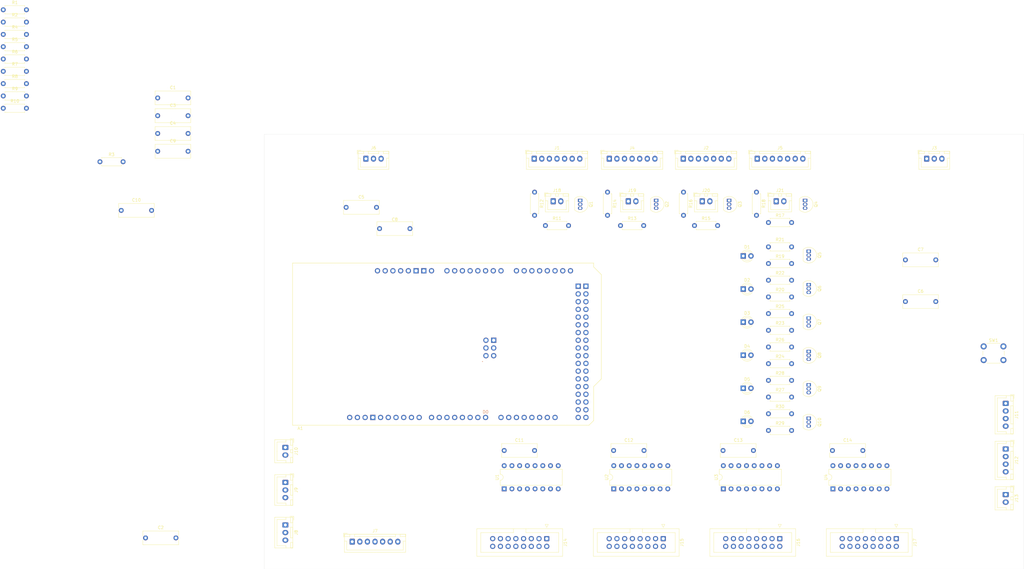
<source format=kicad_pcb>
(kicad_pcb (version 20240108) (generator "pcbnew") (generator_version "8.0")
  (title_block (title "Hammond B3 Clone Mother Board") (date "2024-12-10") (rev "1.0") (company "Picherir"))
  (layers (0 "F.Cu" signal) (31 "B.Cu" signal) (34 "B.Paste" user) (35 "F.Paste" user) (36 "B.SilkS" user "B.Silkscreen") (37 "F.SilkS" user "F.Silkscreen") (38 "B.Mask" user) (39 "F.Mask" user) (44 "Edge.Cuts" user))
  (net 0 "")
  (net 3 "/UP_B_LED")
  (net 4 "/T2")
  (net 5 "/OVERDRIVE_SWITCH")
  (net 6 "/C3")
  (net 7 "GND")
  (net 8 "/PERC_VOLUME_SWITCH")
  (net 10 "+5V")
  (net 11 "/T0")
  (net 14 "/V2")
  (net 15 "/VIBRATO_LOWER_SWITCH")
  (net 16 "/DB_MUX_B")
  (net 17 "/VIBRATO_UPPER_LED")
  (net 18 "/VIBRATO_LOWER_LED")
  (net 20 "/LSL_LED")
  (net 21 "/keyboards_control_sub/KB_MUX_B")
  (net 22 "/DB_A1_ANLG")
  (net 23 "Net-(A1-RESET)")
  (net 24 "/LO_B_LED")
  (net 25 "/T6")
  (net 26 "/DB_B1_ANLG")
  (net 27 "/V1")
  (net 28 "/VIBRATO_UPPER_SWITCH")
  (net 29 "/keyboards_control_sub/MKA")
  (net 30 "/DB_B2_ANLG")
  (net 31 "/V3")
  (net 32 "/LO_A_LED")
  (net 33 "/keyboards_control_sub/MKB")
  (net 34 "/PRC_LED")
  (net 35 "/DB_B4_ANLG")
  (net 36 "/keyboards_control_sub/KB_MUX_A")
  (net 37 "/T3")
  (net 38 "/OVERDRIVE_LED")
  (net 39 "/keyboards_control_sub/BRA")
  (net 40 "/keyboards_control_sub/BRB")
  (net 41 "/KBD_LED")
  (net 44 "/UP_A_LED")
  (net 45 "/C2")
  (net 46 "/PERC_DELAY_LED")
  (net 47 "/C1")
  (net 48 "/keyboards_control_sub/KB_MUX_C")
  (net 49 "/T4")
  (net 50 "/EXP_LED")
  (net 51 "/DB_MUX_C")
  (net 53 "/DB_A3_ANLG")
  (net 54 "+3.3V")
  (net 55 "/DB_A2_ANLG")
  (net 57 "/PERC_VOLUME_LED")
  (net 59 "/T5")
  (net 60 "/DB_B3_ANLG")
  (net 62 "/EXPR_PEDAL_ANLG")
  (net 65 "/PERC_ON_OFF_LED")
  (net 67 "/DB_A4_ANLG")
  (net 69 "/LESLIE_ANLG")
  (net 70 "/PERC_ON_OFF_SWITCH")
  (net 71 "/PERC_HARMONIC_SWITCH")
  (net 72 "/PERC_DELAY_SWITCH")
  (net 73 "/DB_MUX_A")
  (net 74 "/VIB_LED")
  (net 75 "/T7")
  (net 76 "/PERC_HARMONIC_LED")
  (net 78 "/T1")
  (net 82 "/DWB_LED")
  (net 83 "Net-(D1-A)")
  (net 84 "Net-(D1-K)")
  (net 85 "Net-(D2-K)")
  (net 86 "Net-(D2-A)")
  (net 87 "Net-(D3-K)")
  (net 88 "Net-(D3-A)")
  (net 89 "Net-(D4-A)")
  (net 90 "Net-(D4-K)")
  (net 91 "Net-(D5-K)")
  (net 92 "Net-(D5-A)")
  (net 93 "Net-(D6-K)")
  (net 94 "Net-(D6-A)")
  (net 95 "/keyboards_control_sub/BRA1")
  (net 96 "/keyboards_control_sub/BRA2")
  (net 97 "/keyboards_control_sub/MKA2")
  (net 98 "/keyboards_control_sub/MKA3")
  (net 99 "/keyboards_control_sub/BRA3")
  (net 100 "/keyboards_control_sub/BRA0")
  (net 101 "/keyboards_control_sub/MKA0")
  (net 102 "/keyboards_control_sub/MKA1")
  (net 103 "/keyboards_control_sub/BRA7")
  (net 104 "/keyboards_control_sub/MKA5")
  (net 105 "/keyboards_control_sub/BRA4")
  (net 106 "/keyboards_control_sub/BRA5")
  (net 107 "/keyboards_control_sub/BRA6")
  (net 108 "/keyboards_control_sub/MKA7")
  (net 109 "/keyboards_control_sub/MKA4")
  (net 110 "/keyboards_control_sub/MKA6")
  (net 111 "/keyboards_control_sub/BRB1")
  (net 112 "/keyboards_control_sub/BRB3")
  (net 113 "/keyboards_control_sub/MKB1")
  (net 114 "/keyboards_control_sub/MKB2")
  (net 115 "/keyboards_control_sub/BRB2")
  (net 116 "/keyboards_control_sub/MKB3")
  (net 117 "/keyboards_control_sub/MKB0")
  (net 118 "/keyboards_control_sub/BRB0")
  (net 119 "/keyboards_control_sub/MKB5")
  (net 120 "/keyboards_control_sub/MKB6")
  (net 121 "/keyboards_control_sub/MKB4")
  (net 122 "/keyboards_control_sub/BRB7")
  (net 123 "/keyboards_control_sub/BRB6")
  (net 124 "/keyboards_control_sub/MKB7")
  (net 125 "/keyboards_control_sub/BRB4")
  (net 126 "/keyboards_control_sub/BRB5")
  (net 127 "Net-(J18-Pin_1)")
  (net 128 "Net-(J18-Pin_2)")
  (net 129 "Net-(J19-Pin_1)")
  (net 130 "Net-(J19-Pin_2)")
  (net 131 "Net-(J20-Pin_1)")
  (net 132 "Net-(J20-Pin_2)")
  (net 133 "Net-(J21-Pin_2)")
  (net 134 "Net-(J21-Pin_1)")
  (net 135 "Net-(Q1-B)")
  (net 136 "Net-(Q2-B)")
  (net 137 "Net-(Q3-B)")
  (net 138 "Net-(Q4-B)")
  (net 139 "Net-(Q5-B)")
  (net 140 "Net-(Q6-B)")
  (net 141 "Net-(Q7-B)")
  (net 142 "Net-(Q8-B)")
  (net 143 "Net-(Q9-B)")
  (net 144 "Net-(Q10-B)")
  (net 145 "Net-(U1-X)")
  (net 146 "Net-(U2-X)")
  (net 147 "Net-(U3-X)")
  (net 148 "Net-(U4-X)")
  (footprint "Resistor_THT:R_Axial_DIN0207_L6.3mm_D2.5mm_P7.62mm_Horizontal" (layer "F.Cu") (at 112.56 50)
    (property "Reference" "R11" (at 3.81 -2.37 0) (layer "F.SilkS"))
    (property "Value" "2.8K")
    (pad "1" thru_hole circle (at 0 0) (size 1.6 1.6) (drill 0.8) (layers "*.Cu" "*.Mask") (net 44 "/UP_A_LED"))
    (pad "2" thru_hole oval (at 7.62 0) (size 1.6 1.6) (drill 0.8) (layers "*.Cu" "*.Mask") (net 135 "Net-(Q1-B)"))
  )
  (footprint "Connector_JST:JST_XH_B3B-XH-A_1x03_P2.50mm_Vertical" (layer "F.Cu") (at 27 148.5 -90)
    (property "Reference" "J8" (at 2.5 -3.55 90) (layer "F.SilkS"))
    (property "Value" "Ovrdrv/Vib LEDs")
    (pad "1" thru_hole roundrect (at 0 0 270) (size 1.7 1.95) (drill 0.95) (layers "*.Cu" "*.Mask") (roundrect_rratio 0.147059) (net 38 "/OVERDRIVE_LED"))
    (pad "2" thru_hole oval (at 2.5 0 270) (size 1.7 1.95) (drill 0.95) (layers "*.Cu" "*.Mask") (net 17 "/VIBRATO_UPPER_LED"))
    (pad "3" thru_hole oval (at 5 0 270) (size 1.7 1.95) (drill 0.95) (layers "*.Cu" "*.Mask") (net 18 "/VIBRATO_LOWER_LED"))
  )
  (footprint "Resistor_THT:R_Axial_DIN0207_L6.3mm_D2.5mm_P7.62mm_Horizontal" (layer "F.Cu") (at 185.94 62.490909)
    (property "Reference" "R19" (at 3.81 -2.37 0) (layer "F.SilkS"))
    (property "Value" "2.8K")
    (pad "1" thru_hole circle (at 0 0) (size 1.6 1.6) (drill 0.8) (layers "*.Cu" "*.Mask") (net 41 "/KBD_LED"))
    (pad "2" thru_hole oval (at 7.62 0) (size 1.6 1.6) (drill 0.8) (layers "*.Cu" "*.Mask") (net 139 "Net-(Q5-B)"))
  )
  (footprint "Resistor_THT:R_Axial_DIN0207_L6.3mm_D2.5mm_P7.62mm_Horizontal" (layer "F.Cu") (at 158 39 -90)
    (property "Reference" "R16" (at 3.81 -2.37 90) (layer "F.SilkS"))
    (property "Value" "220")
    (pad "1" thru_hole circle (at 0 0 270) (size 1.6 1.6) (drill 0.8) (layers "*.Cu" "*.Mask") (net 10 "+5V"))
    (pad "2" thru_hole oval (at 7.62 0 270) (size 1.6 1.6) (drill 0.8) (layers "*.Cu" "*.Mask") (net 131 "Net-(J20-Pin_1)"))
  )
  (footprint "Capacitor_THT:C_Rect_L11.5mm_W4.3mm_P10.00mm_MKT" (layer "F.Cu") (at -19 152.76)
    (property "Reference" "C2" (at 5 -3.4 0) (layer "F.SilkS"))
    (property "Value" "100n")
    (pad "1" thru_hole circle (at 0 0) (size 1.6 1.6) (drill 0.8) (layers "*.Cu" "*.Mask") (net 53 "/DB_A3_ANLG"))
    (pad "2" thru_hole circle (at 10 0) (size 1.6 1.6) (drill 0.8) (layers "*.Cu" "*.Mask") (net 7 "GND"))
  )
  (footprint "LED_THT:LED_D3.0mm" (layer "F.Cu") (at 177.65 60)
    (property "Reference" "D1" (at 1.27 -2.96 0) (layer "F.SilkS"))
    (property "Value" "Keyboards")
    (pad "1" thru_hole rect (at 0 0) (size 1.8 1.8) (drill 0.9) (layers "*.Cu" "*.Mask") (net 84 "Net-(D1-K)"))
    (pad "2" thru_hole circle (at 2.54 0) (size 1.8 1.8) (drill 0.9) (layers "*.Cu" "*.Mask") (net 83 "Net-(D1-A)"))
  )
  (footprint "Resistor_THT:R_Axial_DIN0207_L6.3mm_D2.5mm_P7.62mm_Horizontal" (layer "F.Cu") (at -65.81 -8.85)
    (property "Reference" "R5" (at 3.81 -2.37 0) (layer "F.SilkS"))
    (property "Value" "2.2K")
    (pad "1" thru_hole circle (at 0 0) (size 1.6 1.6) (drill 0.8) (layers "*.Cu" "*.Mask") (net 147 "Net-(U3-X)"))
    (pad "2" thru_hole oval (at 7.62 0) (size 1.6 1.6) (drill 0.8) (layers "*.Cu" "*.Mask") (net 7 "GND"))
  )
  (footprint "LED_THT:LED_D3.0mm" (layer "F.Cu") (at 177.65 114.4)
    (property "Reference" "D6" (at 1.27 -2.96 0) (layer "F.SilkS"))
    (property "Value" "Expression Ped.")
    (pad "1" thru_hole rect (at 0 0) (size 1.8 1.8) (drill 0.9) (layers "*.Cu" "*.Mask") (net 93 "Net-(D6-K)"))
    (pad "2" thru_hole circle (at 2.54 0) (size 1.8 1.8) (drill 0.9) (layers "*.Cu" "*.Mask") (net 94 "Net-(D6-A)"))
  )
  (footprint "Connector_JST:JST_XH_B2B-XH-A_1x02_P2.50mm_Vertical" (layer "F.Cu") (at 264 138.5 -90)
    (property "Reference" "J13" (at 1.25 -3.55 90) (layer "F.SilkS"))
    (property "Value" "Percussion PWR")
    (pad "1" thru_hole roundrect (at 0 0 270) (size 1.7 2) (drill 1) (layers "*.Cu" "*.Mask") (roundrect_rratio 0.147059) (net 10 "+5V"))
    (pad "2" thru_hole oval (at 2.5 0 270) (size 1.7 2) (drill 1) (layers "*.Cu" "*.Mask") (net 7 "GND"))
  )
  (footprint "Package_TO_SOT_THT:TO-92_Inline" (layer "F.Cu") (at 199.19 102.412 -90)
    (property "Reference" "Q9" (at 1.27 -3.56 90) (layer "F.SilkS"))
    (property "Value" "BC547")
    (pad "1" thru_hole rect (at 0 0 270) (size 1.05 1.5) (drill 0.75) (layers "*.Cu" "*.Mask") (net 91 "Net-(D5-K)"))
    (pad "2" thru_hole oval (at 1.27 0 270) (size 1.05 1.5) (drill 0.75) (layers "*.Cu" "*.Mask") (net 143 "Net-(Q9-B)"))
    (pad "3" thru_hole oval (at 2.54 0 270) (size 1.05 1.5) (drill 0.75) (layers "*.Cu" "*.Mask") (net 7 "GND"))
  )
  (footprint "Capacitor_THT:C_Rect_L11.5mm_W4.3mm_P10.00mm_MKT" (layer "F.Cu") (at 231 61.28)
    (property "Reference" "C7" (at 5 -3.4 0) (layer "F.SilkS"))
    (property "Value" "100n")
    (pad "1" thru_hole circle (at 0 0) (size 1.6 1.6) (drill 0.8) (layers "*.Cu" "*.Mask") (net 30 "/DB_B2_ANLG"))
    (pad "2" thru_hole circle (at 10 0) (size 1.6 1.6) (drill 0.8) (layers "*.Cu" "*.Mask") (net 7 "GND"))
  )
  (footprint "Package_DIP:DIP-16_W7.62mm" (layer "F.Cu") (at 99 136.62 90)
    (property "Reference" "U1" (at 3.81 -2.33 90) (layer "F.SilkS"))
    (property "Value" "4051")
    (pad "1" thru_hole rect (at 0 0 90) (size 1.6 1.6) (drill 0.8) (layers "*.Cu" "*.Mask") (net 105 "/keyboards_control_sub/BRA4"))
    (pad "2" thru_hole oval (at 0 2.54 90) (size 1.6 1.6) (drill 0.8) (layers "*.Cu" "*.Mask") (net 107 "/keyboards_control_sub/BRA6"))
    (pad "3" thru_hole oval (at 0 5.08 90) (size 1.6 1.6) (drill 0.8) (layers "*.Cu" "*.Mask") (net 145 "Net-(U1-X)"))
    (pad "4" thru_hole oval (at 0 7.62 90) (size 1.6 1.6) (drill 0.8) (layers "*.Cu" "*.Mask") (net 103 "/keyboards_control_sub/BRA7"))
    (pad "5" thru_hole oval (at 0 10.16 90) (size 1.6 1.6) (drill 0.8) (layers "*.Cu" "*.Mask") (net 106 "/keyboards_control_sub/BRA5"))
    (pad "6" thru_hole oval (at 0 12.7 90) (size 1.6 1.6) (drill 0.8) (layers "*.Cu" "*.Mask") (net 7 "GND"))
    (pad "7" thru_hole oval (at 0 15.24 90) (size 1.6 1.6) (drill 0.8) (layers "*.Cu" "*.Mask") (net 7 "GND"))
    (pad "8" thru_hole oval (at 0 17.78 90) (size 1.6 1.6) (drill 0.8) (layers "*.Cu" "*.Mask") (net 7 "GND"))
    (pad "9" thru_hole oval (at 7.62 17.78 90) (size 1.6 1.6) (drill 0.8) (layers "*.Cu" "*.Mask") (net 48 "/keyboards_control_sub/KB_MUX_C"))
    (pad "10" thru_hole oval (at 7.62 15.24 90) (size 1.6 1.6) (drill 0.8) (layers "*.Cu" "*.Mask") (net 21 "/keyboards_control_sub/KB_MUX_B"))
    (pad "11" thru_hole oval (at 7.62 12.7 90) (size 1.6 1.6) (drill 0.8) (layers "*.Cu" "*.Mask") (net 36 "/keyboards_control_sub/KB_MUX_A"))
    (pad "12" thru_hole oval (at 7.62 10.16 90) (size 1.6 1.6) (drill 0.8) (layers "*.Cu" "*.Mask") (net 99 "/keyboards_control_sub/BRA3"))
    (pad "13" thru_hole oval (at 7.62 7.62 90) (size 1.6 1.6) (drill 0.8) (layers "*.Cu" "*.Mask") (net 100 "/keyboards_control_sub/BRA0"))
    (pad "14" thru_hole oval (at 7.62 5.08 90) (size 1.6 1.6) (drill 0.8) (layers "*.Cu" "*.Mask") (net 95 "/keyboards_control_sub/BRA1"))
    (pad "15" thru_hole oval (at 7.62 2.54 90) (size 1.6 1.6) (drill 0.8) (layers "*.Cu" "*.Mask") (net 96 "/keyboards_control_sub/BRA2"))
    (pad "16" thru_hole oval (at 7.62 0 90) (size 1.6 1.6) (drill 0.8) (layers "*.Cu" "*.Mask") (net 10 "+5V"))
  )
  (footprint "Package_DIP:DIP-16_W7.62mm" (layer "F.Cu") (at 135.048333 136.62 90)
    (property "Reference" "U2" (at 3.81 -2.33 90) (layer "F.SilkS"))
    (property "Value" "4051")
    (pad "1" thru_hole rect (at 0 0 90) (size 1.6 1.6) (drill 0.8) (layers "*.Cu" "*.Mask") (net 109 "/keyboards_control_sub/MKA4"))
    (pad "2" thru_hole oval (at 0 2.54 90) (size 1.6 1.6) (drill 0.8) (layers "*.Cu" "*.Mask") (net 110 "/keyboards_control_sub/MKA6"))
    (pad "3" thru_hole oval (at 0 5.08 90) (size 1.6 1.6) (drill 0.8) (layers "*.Cu" "*.Mask") (net 146 "Net-(U2-X)"))
    (pad "4" thru_hole oval (at 0 7.62 90) (size 1.6 1.6) (drill 0.8) (layers "*.Cu" "*.Mask") (net 108 "/keyboards_control_sub/MKA7"))
    (pad "5" thru_hole oval (at 0 10.16 90) (size 1.6 1.6) (drill 0.8) (layers "*.Cu" "*.Mask") (net 104 "/keyboards_control_sub/MKA5"))
    (pad "6" thru_hole oval (at 0 12.7 90) (size 1.6 1.6) (drill 0.8) (layers "*.Cu" "*.Mask") (net 7 "GND"))
    (pad "7" thru_hole oval (at 0 15.24 90) (size 1.6 1.6) (drill 0.8) (layers "*.Cu" "*.Mask") (net 7 "GND"))
    (pad "8" thru_hole oval (at 0 17.78 90) (size 1.6 1.6) (drill 0.8) (layers "*.Cu" "*.Mask") (net 7 "GND"))
    (pad "9" thru_hole oval (at 7.62 17.78 90) (size 1.6 1.6) (drill 0.8) (layers "*.Cu" "*.Mask") (net 48 "/keyboards_control_sub/KB_MUX_C"))
    (pad "10" thru_hole oval (at 7.62 15.24 90) (size 1.6 1.6) (drill 0.8) (layers "*.Cu" "*.Mask") (net 21 "/keyboards_control_sub/KB_MUX_B"))
    (pad "11" thru_hole oval (at 7.62 12.7 90) (size 1.6 1.6) (drill 0.8) (layers "*.Cu" "*.Mask") (net 36 "/keyboards_control_sub/KB_MUX_A"))
    (pad "12" thru_hole oval (at 7.62 10.16 90) (size 1.6 1.6) (drill 0.8) (layers "*.Cu" "*.Mask") (net 98 "/keyboards_control_sub/MKA3"))
    (pad "13" thru_hole oval (at 7.62 7.62 90) (size 1.6 1.6) (drill 0.8) (layers "*.Cu" "*.Mask") (net 101 "/keyboards_control_sub/MKA0"))
    (pad "14" thru_hole oval (at 7.62 5.08 90) (size 1.6 1.6) (drill 0.8) (layers "*.Cu" "*.Mask") (net 102 "/keyboards_control_sub/MKA1"))
    (pad "15" thru_hole oval (at 7.62 2.54 90) (size 1.6 1.6) (drill 0.8) (layers "*.Cu" "*.Mask") (net 97 "/keyboards_control_sub/MKA2"))
    (pad "16" thru_hole oval (at 7.62 0 90) (size 1.6 1.6) (drill 0.8) (layers "*.Cu" "*.Mask") (net 10 "+5V"))
  )
  (footprint "Package_TO_SOT_THT:TO-92_Inline" (layer "F.Cu") (at 173 41.73 -90)
    (property "Reference" "Q3" (at 1.27 -3.56 90) (layer "F.SilkS"))
    (property "Value" "BC547")
    (pad "1" thru_hole rect (at 0 0 270) (size 1.05 1.5) (drill 0.75) (layers "*.Cu" "*.Mask") (net 132 "Net-(J20-Pin_2)"))
    (pad "2" thru_hole oval (at 1.27 0 270) (size 1.05 1.5) (drill 0.75) (layers "*.Cu" "*.Mask") (net 137 "Net-(Q3-B)"))
    (pad "3" thru_hole oval (at 2.54 0 270) (size 1.05 1.5) (drill 0.75) (layers "*.Cu" "*.Mask") (net 7 "GND"))
  )
  (footprint "Package_TO_SOT_THT:TO-92_Inline" (layer "F.Cu") (at 149 41.73 -90)
    (property "Reference" "Q2" (at 1.27 -3.56 90) (layer "F.SilkS"))
    (property "Value" "BC547")
    (pad "1" thru_hole rect (at 0 0 270) (size 1.05 1.5) (drill 0.75) (layers "*.Cu" "*.Mask") (net 130 "Net-(J19-Pin_2)"))
    (pad "2" thru_hole oval (at 1.27 0 270) (size 1.05 1.5) (drill 0.75) (layers "*.Cu" "*.Mask") (net 136 "Net-(Q2-B)"))
    (pad "3" thru_hole oval (at 2.54 0 270) (size 1.05 1.5) (drill 0.75) (layers "*.Cu" "*.Mask") (net 7 "GND"))
  )
  (footprint "Resistor_THT:R_Axial_DIN0207_L6.3mm_D2.5mm_P7.62mm_Horizontal" (layer "F.Cu") (at 185.94 106.418181)
    (property "Reference" "R27" (at 3.81 -2.37 0) (layer "F.SilkS"))
    (property "Value" "2.8K")
    (pad "1" thru_hole circle (at 0 0) (size 1.6 1.6) (drill 0.8) (layers "*.Cu" "*.Mask") (net 20 "/LSL_LED"))
    (pad "2" thru_hole oval (at 7.62 0) (size 1.6 1.6) (drill 0.8) (layers "*.Cu" "*.Mask") (net 143 "Net-(Q9-B)"))
  )
  (footprint "Resistor_THT:R_Axial_DIN0207_L6.3mm_D2.5mm_P7.62mm_Horizontal" (layer "F.Cu") (at -65.81 -0.75)
    (property "Reference" "R7" (at 3.81 -2.37 0) (layer "F.SilkS"))
    (property "Value" "100")
    (pad "1" thru_hole circle (at 0 0) (size 1.6 1.6) (drill 0.8) (layers "*.Cu" "*.Mask") (net 39 "/keyboards_control_sub/BRA"))
    (pad "2" thru_hole oval (at 7.62 0) (size 1.6 1.6) (drill 0.8) (layers "*.Cu" "*.Mask") (net 145 "Net-(U1-X)"))
  )
  (footprint "Resistor_THT:R_Axial_DIN0207_L6.3mm_D2.5mm_P7.62mm_Horizontal" (layer "F.Cu") (at 185.94 67.981818)
    (property "Reference" "R22" (at 3.81 -2.37 0) (layer "F.SilkS"))
    (property "Value" "220")
    (pad "1" thru_hole circle (at 0 0) (size 1.6 1.6) (drill 0.8) (layers "*.Cu" "*.Mask") (net 10 "+5V"))
    (pad "2" thru_hole oval (at 7.62 0) (size 1.6 1.6) (drill 0.8) (layers "*.Cu" "*.Mask") (net 86 "Net-(D2-A)"))
  )
  (footprint "Capacitor_THT:C_Rect_L11.5mm_W4.3mm_P10.00mm_MKT" (layer "F.Cu") (at 207 124)
    (property "Reference" "C14" (at 5 -3.4 0) (layer "F.SilkS"))
    (property "Value" "100n")
    (pad "1" thru_hole circle (at 0 0) (size 1.6 1.6) (drill 0.8) (layers "*.Cu" "*.Mask") (net 10 "+5V"))
    (pad "2" thru_hole circle (at 10 0) (size 1.6 1.6) (drill 0.8) (layers "*.Cu" "*.Mask") (net 7 "GND"))
  )
  (footprint "Package_TO_SOT_THT:TO-92_Inline" (layer "F.Cu") (at 198 41.73 -90)
    (property "Reference" "Q4" (at 1.27 -3.56 90) (layer "F.SilkS"))
    (property "Value" "BC547")
    (pad "1" thru_hole rect (at 0 0 270) (size 1.05 1.5) (drill 0.75) (layers "*.Cu" "*.Mask") (net 133 "Net-(J21-Pin_2)"))
    (pad "2" thru_hole oval (at 1.27 0 270) (size 1.05 1.5) (drill 0.75) (layers "*.Cu" "*.Mask") (net 138 "Net-(Q4-B)"))
    (pad "3" thru_hole oval (at 2.54 0 270) (size 1.05 1.5) (drill 0.75) (layers "*.Cu" "*.Mask") (net 7 "GND"))
  )
  (footprint "Package_TO_SOT_THT:TO-92_Inline" (layer "F.Cu") (at 199.19 58.46 -90)
    (property "Reference" "Q5" (at 1.27 -3.56 90) (layer "F.SilkS"))
    (property "Value" "BC547")
    (pad "1" thru_hole rect (at 0 0 270) (size 1.05 1.5) (drill 0.75) (layers "*.Cu" "*.Mask") (net 84 "Net-(D1-K)"))
    (pad "2" thru_hole oval (at 1.27 0 270) (size 1.05 1.5) (drill 0.75) (layers "*.Cu" "*.Mask") (net 139 "Net-(Q5-B)"))
    (pad "3" thru_hole oval (at 2.54 0 270) (size 1.05 1.5) (drill 0.75) (layers "*.Cu" "*.Mask") (net 7 "GND"))
  )
  (footprint "Connector_JST:JST_XH_B7B-XH-A_1x07_P2.50mm_Vertical" (layer "F.Cu") (at 133.583333 28)
    (property "Reference" "J4" (at 7.5 -3.55 0) (layer "F.SilkS"))
    (property "Value" "Drawbars_2")
    (pad "1" thru_hole roundrect (at 0 0) (size 1.7 1.95) (drill 0.95) (layers "*.Cu" "*.Mask") (roundrect_rratio 0.147059) (net 10 "+5V"))
    (pad "2" thru_hole oval (at 2.5 0) (size 1.7 1.95) (drill 0.95) (layers "*.Cu" "*.Mask") (net 55 "/DB_A2_ANLG"))
    (pad "3" thru_hole oval (at 5 0) (size 1.7 1.95) (drill 0.95) (layers "*.Cu" "*.Mask") (net 30 "/DB_B2_ANLG"))
    (pad "4" thru_hole oval (at 7.5 0) (size 1.7 1.95) (drill 0.95) (layers "*.Cu" "*.Mask") (net 73 "/DB_MUX_A"))
    (pad "5" thru_hole oval (at 10 0) (size 1.7 1.95) (drill 0.95) (layers "*.Cu" "*.Mask") (net 16 "/DB_MUX_B"))
    (pad "6" thru_hole oval (at 12.5 0) (size 1.7 1.95) (drill 0.95) (layers "*.Cu" "*.Mask") (net 51 "/DB_MUX_C"))
    (pad "7" thru_hole oval (at 15 0) (size 1.7 1.95) (drill 0.95) (layers "*.Cu" "*.Mask") (net 7 "GND"))
  )
  (footprint "Resistor_THT:R_Axial_DIN0207_L6.3mm_D2.5mm_P7.62mm_Horizontal" (layer "F.Cu") (at -65.81 -12.9)
    (property "Reference" "R4" (at 3.81 -2.37 0) (layer "F.SilkS"))
    (property "Value" "2.2K")
    (pad "1" thru_hole circle (at 0 0) (size 1.6 1.6) (drill 0.8) (layers "*.Cu" "*.Mask") (net 146 "Net-(U2-X)"))
    (pad "2" thru_hole oval (at 7.62 0) (size 1.6 1.6) (drill 0.8) (layers "*.Cu" "*.Mask") (net 7 "GND"))
  )
  (footprint "Connector_JST:JST_XH_B4B-XH-A_1x04_P2.50mm_Vertical" (layer "F.Cu") (at 264 123.5 -90)
    (property "Reference" "J12" (at 3.75 -3.55 90) (layer "F.SilkS"))
    (property "Value" "Percussion Switches")
    (pad "1" thru_hole roundrect (at 0 0 270) (size 1.7 1.95) (drill 0.95) (layers "*.Cu" "*.Mask") (roundrect_rratio 0.147059) (net 70 "/PERC_ON_OFF_SWITCH"))
    (pad "2" thru_hole oval (at 2.5 0 270) (size 1.7 1.95) (drill 0.95) (layers "*.Cu" "*.Mask") (net 8 "/PERC_VOLUME_SWITCH"))
    (pad "3" thru_hole oval (at 5 0 270) (size 1.7 1.95) (drill 0.95) (layers "*.Cu" "*.Mask") (net 72 "/PERC_DELAY_SWITCH"))
    (pad "4" thru_hole oval (at 7.5 0 270) (size 1.7 1.95) (drill 0.95) (layers "*.Cu" "*.Mask") (net 71 "/PERC_HARMONIC_SWITCH"))
  )
  (footprint "Resistor_THT:R_Axial_DIN0207_L6.3mm_D2.5mm_P7.62mm_Horizontal" (layer "F.Cu") (at 185.94 95.436363)
    (property "Reference" "R24" (at 3.81 -2.37 0) (layer "F.SilkS"))
    (property "Value" "2.8K")
    (pad "1" thru_hole circle (at 0 0) (size 1.6 1.6) (drill 0.8) (layers "*.Cu" "*.Mask") (net 34 "/PRC_LED"))
    (pad "2" thru_hole oval (at 7.62 0) (size 1.6 1.6) (drill 0.8) (layers "*.Cu" "*.Mask") (net 142 "Net-(Q8-B)"))
  )
  (footprint "Resistor_THT:R_Axial_DIN0207_L6.3mm_D2.5mm_P7.62mm_Horizontal" (layer "F.Cu") (at 109 39 -90)
    (property "Reference" "R12" (at 3.81 -2.37 90) (layer "F.SilkS"))
    (property "Value" "220")
    (pad "1" thru_hole circle (at 0 0 270) (size 1.6 1.6) (drill 0.8) (layers "*.Cu" "*.Mask") (net 10 "+5V"))
    (pad "2" thru_hole oval (at 7.62 0 270) (size 1.6 1.6) (drill 0.8) (layers "*.Cu" "*.Mask") (net 127 "Net-(J18-Pin_1)"))
  )
  (footprint "Resistor_THT:R_Axial_DIN0207_L6.3mm_D2.5mm_P7.62mm_Horizontal" (layer "F.Cu") (at 185.94 78.963636)
    (property "Reference" "R25" (at 3.81 -2.37 0) (layer "F.SilkS"))
    (property "Value" "220")
    (pad "1" thru_hole circle (at 0 0) (size 1.6 1.6) (drill 0.8) (layers "*.Cu" "*.Mask") (net 10 "+5V"))
    (pad "2" thru_hole oval (at 7.62 0) (size 1.6 1.6) (drill 0.8) (layers "*.Cu" "*.Mask") (net 88 "Net-(D3-A)"))
  )
  (footprint "Resistor_THT:R_Axial_DIN0207_L6.3mm_D2.5mm_P7.62mm_Horizontal" (layer "F.Cu") (at 137.273333 50)
    (property "Reference" "R13" (at 3.81 -2.37 0) (layer "F.SilkS"))
    (property "Value" "2.8K")
    (pad "1" thru_hole circle (at 0 0) (size 1.6 1.6) (drill 0.8) (layers "*.Cu" "*.Mask") (net 3 "/UP_B_LED"))
    (pad "2" thru_hole oval (at 7.62 0) (size 1.6 1.6) (drill 0.8) (layers "*.Cu" "*.Mask") (net 136 "Net-(Q2-B)"))
  )
  (footprint "Capacitor_THT:C_Rect_L11.5mm_W4.3mm_P10.00mm_MKT" (layer "F.Cu") (at 135 124)
    (property "Reference" "C12" (at 5 -3.4 0) (layer "F.SilkS"))
    (property "Value" "100n")
    (pad "1" thru_hole circle (at 0 0) (size 1.6 1.6) (drill 0.8) (layers "*.Cu" "*.Mask") (net 10 "+5V"))
    (pad "2" thru_hole circle (at 10 0) (size 1.6 1.6) (drill 0.8) (layers "*.Cu" "*.Mask") (net 7 "GND"))
  )
  (footprint "Package_TO_SOT_THT:TO-92_Inline" (layer "F.Cu") (at 199.19 113.4 -90)
    (property "Reference" "Q10" (at 1.27 -3.56 90) (layer "F.SilkS"))
    (property "Value" "BC547")
    (pad "1" thru_hole rect (at 0 0 270) (size 1.05 1.5) (drill 0.75) (layers "*.Cu" "*.Mask") (net 93 "Net-(D6-K)"))
    (pad "2" thru_hole oval (at 1.27 0 270) (size 1.05 1.5) (drill 0.75) (layers "*.Cu" "*.Mask") (net 144 "Net-(Q10-B)"))
    (pad "3" thru_hole oval (at 2.54 0 270) (size 1.05 1.5) (drill 0.75) (layers "*.Cu" "*.Mask") (net 7 "GND"))
  )
  (footprint "Resistor_THT:R_Axial_DIN0207_L6.3mm_D2.5mm_P7.62mm_Horizontal" (layer "F.Cu") (at 185.94 73.472727)
    (property "Reference" "R20" (at 3.81 -2.37 0) (layer "F.SilkS"))
    (property "Value" "2.8K")
    (pad "1" thru_hole circle (at 0 0) (size 1.6 1.6) (drill 0.8) (layers "*.Cu" "*.Mask") (net 74 "/VIB_LED"))
    (pad "2" thru_hole oval (at 7.62 0) (size 1.6 1.6) (drill 0.8) (layers "*.Cu" "*.Mask") (net 140 "Net-(Q6-B)"))
  )
  (footprint "LED_THT:LED_D3.0mm" (layer "F.Cu") (at 177.65 103.52)
    (property "Reference" "D5" (at 1.27 -2.96 0) (layer "F.SilkS"))
    (property "Value" "Leslie")
    (pad "1" thru_hole rect (at 0 0) (size 1.8 1.8) (drill 0.9) (layers "*.Cu" "*.Mask") (net 91 "Net-(D5-K)"))
    (pad "2" thru_hole circle (at 2.54 0) (size 1.8 1.8) (drill 0.9) (layers "*.Cu" "*.Mask") (net 92 "Net-(D5-A)"))
  )
  (footprint "Connector_JST:JST_XH_B2B-XH-A_1x02_P2.50mm_Vertical" (layer "F.Cu") (at 188.5 42)
    (property "Reference" "J21" (at 1.25 -3.55 0) (layer "F.SilkS"))
    (property "Value" "Lower B LED")
    (pad "1" thru_hole roundrect (at 0 0) (size 1.7 2) (drill 1) (layers "*.Cu" "*.Mask") (roundrect_rratio 0.147059) (net 134 "Net-(J21-Pin_1)"))
    (pad "2" thru_hole oval (at 2.5 0) (size 1.7 2) (drill 1) (layers "*.Cu" "*.Mask") (net 133 "Net-(J21-Pin_2)"))
  )
  (footprint "Capacitor_THT:C_Rect_L11.5mm_W4.3mm_P10.00mm_MKT" (layer "F.Cu") (at -15 8)
    (property "Reference" "C1" (at 5 -3.4 0) (layer "F.SilkS"))
    (property "Value" "100n")
    (pad "1" thru_hole circle (at 0 0) (size 1.6 1.6) (drill 0.8) (layers "*.Cu" "*.Mask") (net 22 "/DB_A1_ANLG"))
    (pad "2" thru_hole circle (at 10 0) (size 1.6 1.6) (drill 0.8) (layers "*.Cu" "*.Mask") (net 7 "GND"))
  )
  (footprint "Button_Switch_THT:SW_PUSH_6mm_H4.3mm" (layer "F.Cu") (at 256.75 89.75)
    (property "Reference" "SW1" (at 3.25 -2 0) (layer "F.SilkS"))
    (property "Value" "Reset")
    (pad "1" thru_hole circle (at 0 0 90) (size 2 2) (drill 1.1) (layers "*.Cu" "*.Mask") (net 7 "GND"))
    (pad "1" thru_hole circle (at 6.5 0 90) (size 2 2) (drill 1.1) (layers "*.Cu" "*.Mask") (net 7 "GND"))
    (pad "2" thru_hole circle (at 0 4.5 90) (size 2 2) (drill 1.1) (layers "*.Cu" "*.Mask") (net 23 "Net-(A1-RESET)"))
    (pad "2" thru_hole circle (at 6.5 4.5 90) (size 2 2) (drill 1.1) (layers "*.Cu" "*.Mask") (net 23 "Net-(A1-RESET)"))
  )
  (footprint "Connector_JST:JST_XH_B3B-XH-A_1x03_P2.50mm_Vertical" (layer "F.Cu") (at 53.5 28)
    (property "Reference" "J6" (at 2.5 -3.55 0) (layer "F.SilkS"))
    (property "Value" "Leslie")
    (pad "1" thru_hole roundrect (at 0 0) (size 1.7 1.95) (drill 0.95) (layers "*.Cu" "*.Mask") (roundrect_rratio 0.147059) (net 10 "+5V"))
    (pad "2" thru_hole oval (at 2.5 0) (size 1.7 1.95) (drill 0.95) (layers "*.Cu" "*.Mask") (net 69 "/LESLIE_ANLG"))
    (pad "3" thru_hole oval (at 5 0) (size 1.7 1.95) (drill 0.95) (layers "*.Cu" "*.Mask") (net 7 "GND"))
  )
  (footprint "Resistor_THT:R_Axial_DIN0207_L6.3mm_D2.5mm_P7.62mm_Horizontal" (layer "F.Cu") (at 185.94 49)
    (property "Reference" "R17" (at 3.81 -2.37 0) (layer "F.SilkS"))
    (property "Value" "2.8K")
    (pad "1" thru_hole circle (at 0 0) (size 1.6 1.6) (drill 0.8) (layers "*.Cu" "*.Mask") (net 24 "/LO_B_LED"))
    (pad "2" thru_hole oval (at 7.62 0) (size 1.6 1.6) (drill 0.8) (layers "*.Cu" "*.Mask") (net 138 "Net-(Q4-B)"))
  )
  (footprint "Resistor_THT:R_Axial_DIN0207_L6.3mm_D2.5mm_P7.62mm_Horizontal" (layer "F.Cu") (at 185.94 111.90909)
    (property "Reference" "R30" (at 3.81 -2.37 0) (layer "F.SilkS"))
    (property "Value" "220")
    (pad "1" thru_hole circle (at 0 0) (size 1.6 1.6) (drill 0.8) (layers "*.Cu" "*.Mask") (net 10 "+5V"))
    (pad "2" thru_hole oval (at 7.62 0) (size 1.6 1.6) (drill 0.8) (layers "*.Cu" "*.Mask") (net 94 "Net-(D6-A)"))
  )
  (footprint "Connector_JST:JST_XH_B7B-XH-A_1x07_P2.50mm_Vertical" (layer "F.Cu") (at 182.25 28)
    (property "Reference" "J5" (at 7.5 -3.55 0) (layer "F.SilkS"))
    (property "Value" "Drawbars_4")
    (pad "1" thru_hole roundrect (at 0 0) (size 1.7 1.95) (drill 0.95) (layers "*.Cu" "*.Mask") (roundrect_rratio 0.147059) (net 10 "+5V"))
    (pad "2" thru_hole oval (at 2.5 0) (size 1.7 1.95) (drill 0.95) (layers "*.Cu" "*.Mask") (net 67 "/DB_A4_ANLG"))
    (pad "3" thru_hole oval (at 5 0) (size 1.7 1.95) (drill 0.95) (layers "*.Cu" "*.Mask") (net 35 "/DB_B4_ANLG"))
    (pad "4" thru_hole oval (at 7.5 0) (size 1.7 1.95) (drill 0.95) (layers "*.Cu" "*.Mask") (net 73 "/DB_MUX_A"))
    (pad "5" thru_hole oval (at 10 0) (size 1.7 1.95) (drill 0.95) (layers "*.Cu" "*.Mask") (net 16 "/DB_MUX_B"))
    (pad "6" thru_hole oval (at 12.5 0) (size 1.7 1.95) (drill 0.95) (layers "*.Cu" "*.Mask") (net 51 "/DB_MUX_C"))
    (pad "7" thru_hole oval (at 15 0) (size 1.7 1.95) (drill 0.95) (layers "*.Cu" "*.Mask") (net 7 "GND"))
  )
  (footprint "Resistor_THT:R_Axial_DIN0207_L6.3mm_D2.5mm_P7.62mm_Horizontal" (layer "F.Cu") (at -65.81 -16.95)
    (property "Reference" "R2" (at 3.81 -2.37 0) (layer "F.SilkS"))
    (property "Value" "68K")
    (pad "1" thru_hole circle (at 0 0) (size 1.6 1.6) (drill 0.8) (layers "*.Cu" "*.Mask") (net 69 "/LESLIE_ANLG"))
    (pad "2" thru_hole oval (at 7.62 0) (size 1.6 1.6) (drill 0.8) (layers "*.Cu" "*.Mask") (net 7 "GND"))
  )
  (footprint "Connector_JST:JST_XH_B2B-XH-A_1x02_P2.50mm_Vertical" (layer "F.Cu") (at 164.166666 42)
    (property "Reference" "J20" (at 1.25 -3.55 0) (layer "F.SilkS"))
    (property "Value" "Lower A LED")
    (pad "1" thru_hole roundrect (at 0 0) (size 1.7 2) (drill 1) (layers "*.Cu" "*.Mask") (roundrect_rratio 0.147059) (net 131 "Net-(J20-Pin_1)"))
    (pad "2" thru_hole oval (at 2.5 0) (size 1.7 2) (drill 1) (layers "*.Cu" "*.Mask") (net 132 "Net-(J20-Pin_2)"))
  )
  (footprint "Resistor_THT:R_Axial_DIN0207_L6.3mm_D2.5mm_P7.62mm_Horizontal" (layer "F.Cu") (at -65.81 -21)
    (property "Reference" "R1" (at 3.81 -2.37 0) (layer "F.SilkS"))
    (property "Value" "68K")
    (pad "1" thru_hole circle (at 0 0) (size 1.6 1.6) (drill 0.8) (layers "*.Cu" "*.Mask") (net 10 "+5V"))
    (pad "2" thru_hole oval (at 7.62 0) (size 1.6 1.6) (drill 0.8) (layers "*.Cu" "*.Mask") (net 69 "/LESLIE_ANLG"))
  )
  (footprint "Package_TO_SOT_THT:TO-92_Inline" (layer "F.Cu") (at 199.19 69.448 -90)
    (property "Reference" "Q6" (at 1.27 -3.56 90) (layer "F.SilkS"))
    (property "Value" "BC547")
    (pad "1" thru_hole rect (at 0 0 270) (size 1.05 1.5) (drill 0.75) (layers "*.Cu" "*.Mask") (net 85 "Net-(D2-K)"))
    (pad "2" thru_hole oval (at 1.27 0 270) (size 1.05 1.5) (drill 0.75) (layers "*.Cu" "*.Mask") (net 140 "Net-(Q6-B)"))
    (pad "3" thru_hole oval (at 2.54 0 270) (size 1.05 1.5) (drill 0.75) (layers "*.Cu" "*.Mask") (net 7 "GND"))
  )
  (footprint "Resistor_THT:R_Axial_DIN0207_L6.3mm_D2.5mm_P7.62mm_Horizontal" (layer "F.Cu") (at 185.94 89.945454)
    (property "Reference" "R26" (at 3.81 -2.37 0) (layer "F.SilkS"))
    (property "Value" "220")
    (pad "1" thru_hole circle (at 0 0) (size 1.6 1.6) (drill 0.8) (layers "*.Cu" "*.Mask") (net 10 "+5V"))
    (pad "2" thru_hole oval (at 7.62 0) (size 1.6 1.6) (drill 0.8) (layers "*.Cu" "*.Mask") (net 89 "Net-(D4-A)"))
  )
  (footprint "Capacitor_THT:C_Rect_L11.5mm_W4.3mm_P10.00mm_MKT" (layer "F.Cu") (at -15 25.55)
    (property "Reference" "C9" (at 5 -3.4 0) (layer "F.SilkS"))
    (property "Value" "100n")
    (pad "1" thru_hole circle (at 0 0) (size 1.6 1.6) (drill 0.8) (layers "*.Cu" "*.Mask") (net 62 "/EXPR_PEDAL_ANLG"))
    (pad "2" thru_hole circle (at 10 0) (size 1.6 1.6) (drill 0.8) (layers "*.Cu" "*.Mask") (net 7 "GND"))
  )
  (footprint "Capacitor_THT:C_Rect_L11.5mm_W4.3mm_P10.00mm_MKT" (layer "F.Cu") (at 171 124)
    (property "Reference" "C13" (at 5 -3.4 0) (layer "F.SilkS"))
    (property "Value" "100n")
    (pad "1" thru_hole circle (at 0 0) (size 1.6 1.6) (drill 0.8) (layers "*.Cu" "*.Mask") (net 10 "+5V"))
    (pad "2" thru_hole circle (at 10 0) (size 1.6 1.6) (drill 0.8) (layers "*.Cu" "*.Mask") (net 7 "GND"))
  )
  (footprint "Capacitor_THT:C_Rect_L11.5mm_W4.3mm_P10.00mm_MKT" (layer "F.Cu") (at -15 19.7)
    (property "Reference" "C4" (at 5 -3.4 0) (layer "F.SilkS"))
    (property "Value" "100n")
    (pad "1" thru_hole circle (at 0 0) (size 1.6 1.6) (drill 0.8) (layers "*.Cu" "*.Mask") (net 60 "/DB_B3_ANLG"))
    (pad "2" thru_hole circle (at 10 0) (size 1.6 1.6) (drill 0.8) (layers "*.Cu" "*.Mask") (net 7 "GND"))
  )
  (footprint "Package_TO_SOT_THT:TO-92_Inline" (layer "F.Cu") (at 199.19 91.424 -90)
    (property "Reference" "Q8" (at 1.27 -3.56 90) (layer "F.SilkS"))
    (property "Value" "BC547")
    (pad "1" thru_hole rect (at 0 0 270) (size 1.05 1.5) (drill 0.75) (layers "*.Cu" "*.Mask") (net 90 "Net-(D4-K)"))
    (pad "2" thru_hole oval (at 1.27 0 270) (size 1.05 1.5) (drill 0.75) (layers "*.Cu" "*.Mask") (net 142 "Net-(Q8-B)"))
    (pad "3" thru_hole oval (at 2.54 0 270) (size 1.05 1.5) (drill 0.75) (layers "*.Cu" "*.Mask") (net 7 "GND"))
  )
  (footprint "Resistor_THT:R_Axial_DIN0207_L6.3mm_D2.5mm_P7.62mm_Horizontal" (layer "F.Cu") (at 182 39 -90)
    (property "Reference" "R18" (at 3.81 -2.37 90) (layer "F.SilkS"))
    (property "Value" "220")
    (pad "1" thru_hole circle (at 0 0 270) (size 1.6 1.6) (drill 0.8) (layers "*.Cu" "*.Mask") (net 10 "+5V"))
    (pad "2" thru_hole oval (at 7.62 0 270) (size 1.6 1.6) (drill 0.8) (layers "*.Cu" "*.Mask") (net 134 "Net-(J21-Pin_1)"))
  )
  (footprint "LED_THT:LED_D3.0mm" (layer "F.Cu") (at 177.65 92.64)
    (property "Reference" "D4" (at 1.27 -2.96 0) (layer "F.SilkS"))
    (property "Value" "Percussions")
    (pad "1" thru_hole rect (at 0 0) (size 1.8 1.8) (drill 0.9) (layers "*.Cu" "*.Mask") (net 90 "Net-(D4-K)"))
    (pad "2" thru_hole circle (at 2.54 0) (size 1.8 1.8) (drill 0.9) (layers "*.Cu" "*.Mask") (net 89 "Net-(D4-A)"))
  )
  (footprint "Resistor_THT:R_Axial_DIN0207_L6.3mm_D2.5mm_P7.62mm_Horizontal" (layer "F.Cu") (at -34 29)
    (property "Reference" "R3" (at 3.81 -2.37 0) (layer "F.SilkS"))
    (property "Value" "2.2K")
    (pad "1" thru_hole circle (at 0 0) (size 1.6 1.6) (drill 0.8) (layers "*.Cu" "*.Mask") (net 145 "Net-(U1-X)"))
    (pad "2" thru_hole oval (at 7.62 0) (size 1.6 1.6) (drill 0.8) (layers "*.Cu" "*.Mask") (net 7 "GND"))
  )
  (footprint "Connector_JST:JST_XH_B3B-XH-A_1x03_P2.50mm_Vertical" (layer "F.Cu") (at 238 28)
    (property "Reference" "J3" (at 2.5 -3.55 0) (layer "F.SilkS"))
    (property "Value" "Expression Pedal")
    (pad "1" thru_hole roundrect (at 0 0) (size 1.7 1.95) (drill 0.95) (layers "*.Cu" "*.Mask") (roundrect_rratio 0.147059) (net 10 "+5V"))
    (pad "2" thru_hole oval (at 2.5 0) (size 1.7 1.95) (drill 0.95) (layers "*.Cu" "*.Mask") (net 62 "/EXPR_PEDAL_ANLG"))
    (pad "3" thru_hole oval (at 5 0) (size 1.7 1.95) (drill 0.95) (layers "*.Cu" "*.Mask") (net 7 "GND"))
  )
  (footprint "Connector_JST:JST_XH_B7B-XH-A_1x07_P2.50mm_Vertical" (layer "F.Cu") (at 108.87 28)
    (property "Reference" "J1" (at 7.5 -3.55 0) (layer "F.SilkS"))
    (property "Value" "Drawbars_1")
    (pad "1" thru_hole roundrect (at 0 0) (size 1.7 1.95) (drill 0.95) (layers "*.Cu" "*.Mask") (roundrect_rratio 0.147059) (net 10 "+5V"))
    (pad "2" thru_hole oval (at 2.5 0) (size 1.7 1.95) (drill 0.95) (layers "*.Cu" "*.Mask") (net 22 "/DB_A1_ANLG"))
    (pad "3" thru_hole oval (at 5 0) (size 1.7 1.95) (drill 0.95) (layers "*.Cu" "*.Mask") (net 26 "/DB_B1_ANLG"))
    (pad "4" thru_hole oval (at 7.5 0) (size 1.7 1.95) (drill 0.95) (layers "*.Cu" "*.Mask") (net 73 "/DB_MUX_A"))
    (pad "5" thru_hole oval (at 10 0) (size 1.7 1.95) (drill 0.95) (layers "*.Cu" "*.Mask") (net 16 "/DB_MUX_B"))
    (pad "6" thru_hole oval (at 12.5 0) (size 1.7 1.95) (drill 0.95) (layers "*.Cu" "*.Mask") (net 51 "/DB_MUX_C"))
    (pad "7" thru_hole oval (at 15 0) (size 1.7 1.95) (drill 0.95) (layers "*.Cu" "*.Mask") (net 7 "GND"))
  )
  (footprint "Connector_JST:JST_XH_B7B-XH-A_1x07_P2.50mm_Vertical" (layer "F.Cu") (at 49 154)
    (property "Reference" "J7" (at 7.5 -3.55 0) (layer "F.SilkS"))
    (property "Value" "V/C Rotary Knob")
    (pad "1" thru_hole roundrect (at 0 0) (size 1.7 1.95) (drill 0.95) (layers "*.Cu" "*.Mask") (roundrect_rratio 0.147059) (net 27 "/V1"))
    (pad "2" thru_hole oval (at 2.5 0) (size 1.7 1.95) (drill 0.95) (layers "*.Cu" "*.Mask") (net 47 "/C1"))
    (pad "3" thru_hole oval (at 5 0) (size 1.7 1.95) (drill 0.95) (layers "*.Cu" "*.Mask") (net 14 "/V2"))
    (pad "4" thru_hole oval (at 7.5 0) (size 1.7 1.95) (drill 0.95) (layers "*.Cu" "*.Mask") (net 45 "/C2"))
    (pad "5" thru_hole oval (at 10 0) (size 1.7 1.95) (drill 0.95) (layers "*.Cu" "*.Mask") (net 31 "/V3"))
    (pad "6" thru_hole oval (at 12.5 0) (size 1.7 1.95) (drill 0.95) (layers "*.Cu" "*.Mask") (net 6 "/C3"))
    (pad "7" thru_hole oval (at 15 0) (size 1.7 1.95) (drill 0.95) (layers "*.Cu" "*.Mask") (net 7 "GND"))
  )
  (footprint "Capacitor_THT:C_Rect_L11.5mm_W4.3mm_P10.00mm_MKT" (layer "F.Cu") (at -27 45)
    (property "Reference" "C10" (at 5 -3.4 0) (layer "F.SilkS"))
    (property "Value" "100n")
    (pad "1" thru_hole circle (at 0 0) (size 1.6 1.6) (drill 0.8) (layers "*.Cu" "*.Mask") (net 69 "/LESLIE_ANLG"))
    (pad "2" thru_hole circle (at 10 0) (size 1.6 1.6) (drill 0.8) (layers "*.Cu" "*.Mask") (net 7 "GND"))
  )
  (footprint "Connector_JST:JST_XH_B2B-XH-A_1x02_P2.50mm_Vertical" (layer "F.Cu") (at 115.12 42)
    (property "Reference" "J18" (at 1.25 -3.55 0) (layer "F.SilkS"))
    (property "Value" "Upper A LED")
    (pad "1" thru_hole roundrect (at 0 0) (size 1.7 2) (drill 1) (layers "*.Cu" "*.Mask") (roundrect_rratio 0.147059) (net 127 "Net-(J18-Pin_1)"))
    (pad "2" thru_hole oval (at 2.5 0) (size 1.7 2) (drill 1) (layers "*.Cu" "*.Mask") (net 128 "Net-(J18-Pin_2)"))
  )
  (footprint "Resistor_THT:R_Axial_DIN0207_L6.3mm_D2.5mm_P7.62mm_Horizontal" (layer "F.Cu") (at 185.94 117.4)
    (property "Reference" "R29" (at 3.81 -2.37 0) (layer "F.SilkS"))
    (property "Value" "2.8K")
    (pad "1" thru_hole circle (at 0 0) (size 1.6 1.6) (drill 0.8) (layers "*.Cu" "*.Mask") (net 50 "/EXP_LED"))
    (pad "2" thru_hole oval (at 7.62 0) (size 1.6 1.6) (drill 0.8) (layers "*.Cu" "*.Mask") (net 144 "Net-(Q10-B)"))
  )
  (footprint "Capacitor_THT:C_Rect_L11.5mm_W4.3mm_P10.00mm_MKT" (layer "F.Cu") (at 58 51)
    (property "Reference" "C8" (at 5 -3 0) (layer "F.SilkS"))
    (property "Value" "100n")
    (pad "1" thru_hole circle (at 0 0) (size 1.6 1.6) (drill 0.8) (layers "*.Cu" "*.Mask") (net 35 "/DB_B4_ANLG"))
    (pad "2" thru_hole circle (at 10 0) (size 1.6 1.6) (drill 0.8) (layers "*.Cu" "*.Mask") (net 7 "GND"))
  )
  (footprint "Capacitor_THT:C_Rect_L11.5mm_W4.3mm_P10.00mm_MKT" (layer "F.Cu") (at 47 44)
    (property "Reference" "C5" (at 5 -3.4 0) (layer "F.SilkS"))
    (property "Value" "100n")
    (pad "1" thru_hole circle (at 0 0) (size 1.6 1.6) (drill 0.8) (layers "*.Cu" "*.Mask") (net 55 "/DB_A2_ANLG"))
    (pad "2" thru_hole circle (at 10 0) (size 1.6 1.6) (drill 0.8) (layers "*.Cu" "*.Mask") (net 7 "GND"))
  )
  (footprint "Package_TO_SOT_THT:TO-92_Inline" (layer "F.Cu") (at 199.19 80.436 -90)
    (property "Reference" "Q7" (at 1.27 -3.56 90) (layer "F.SilkS"))
    (property "Value" "BC547")
    (pad "1" thru_hole rect (at 0 0 270) (size 1.05 1.5) (drill 0.75) (layers "*.Cu" "*.Mask") (net 87 "Net-(D3-K)"))
    (pad "2" thru_hole oval (at 1.27 0 270) (size 1.05 1.5) (drill 0.75) (layers "*.Cu" "*.Mask") (net 141 "Net-(Q7-B)"))
    (pad "3" thru_hole oval (at 2.54 0 270) (size 1.05 1.5) (drill 0.75) (layers "*.Cu" "*.Mask") (net 7 "GND"))
  )
  (footprint "Resistor_THT:R_Axial_DIN0207_L6.3mm_D2.5mm_P7.62mm_Horizontal" (layer "F.Cu") (at -65.81 -4.8)
    (property "Reference" "R6" (at 3.81 -2.37 0) (layer "F.SilkS"))
    (property "Value" "2.2K")
    (pad "1" thru_hole circle (at 0 0) (size 1.6 1.6) (drill 0.8) (layers "*.Cu" "*.Mask") (net 148 "Net-(U4-X)"))
    (pad "2" thru_hole oval (at 7.62 0) (size 1.6 1.6) (drill 0.8) (layers "*.Cu" "*.Mask") (net 7 "GND"))
  )
  (footprint "Resistor_THT:R_Axial_DIN0207_L6.3mm_D2.5mm_P7.62mm_Horizontal" (layer "F.Cu") (at 185.94 100.927272)
    (property "Reference" "R28" (at 3.81 -2.37 0) (layer "F.SilkS"))
    (property "Value" "220")
    (pad "1" thru_hole circle (at 0 0) (size 1.6 1.6) (drill 0.8) (layers "*.Cu" "*.Mask") (net 10 "+5V"))
    (pad "2" thru_hole oval (at 7.62 0) (size 1.6 1.6) (drill 0.8) (layers "*.Cu" "*.Mask") (net 92 "Net-(D5-A)"))
  )
  (footprint "Connector_IDC:IDC-Header_2x08_P2.54mm_Vertical" (layer "F.Cu") (at 151.333333 153 -90)
    (property "Reference" "J15" (at 1.27 -6.1 90) (layer "F.SilkS"))
    (property "Value" "Upper Keyboard Right")
    (pad "1" thru_hole roundrect (at 0 0 270) (size 1.7 1.7) (drill 1) (layers "*.Cu" "*.Mask") (roundrect_rratio 0.147059) (net 109 "/keyboards_control_sub/MKA4"))
    (pad "2" thru_hole circle (at 2.54 0 270) (size 1.7 1.7) (drill 1) (layers "*.Cu" "*.Mask") (net 11 "/T0"))
    (pad "3" thru_hole circle (at 0 2.54 270) (size 1.7 1.7) (drill 1) (layers "*.Cu" "*.Mask") (net 105 "/keyboards_control_sub/BRA4"))
    (pad "4" thru_hole circle (at 2.54 2.54 270) (size 1.7 1.7) (drill 1) (layers "*.Cu" "*.Mask") (net 78 "/T1"))
    (pad "5" thru_hole circle (at 0 5.08 270) (size 1.7 1.7) (drill 1) (layers "*.Cu" "*.Mask") (net 104 "/keyboards_control_sub/MKA5"))
    (pad "6" thru_hole circle (at 2.54 5.08 270) (size 1.7 1.7) (drill 1) (layers "*.Cu" "*.Mask") (net 4 "/T2"))
    (pad "7" thru_hole circle (at 0 7.62 270) (size 1.7 1.7) (drill 1) (layers "*.Cu" "*.Mask") (net 106 "/keyboards_control_sub/BRA5"))
    (pad "8" thru_hole circle (at 2.54 7.62 270) (size 1.7 1.7) (drill 1) (layers "*.Cu" "*.Mask") (net 37 "/T3"))
    (pad "9" thru_hole circle (at 0 10.16 270) (size 1.7 1.7) (drill 1) (layers "*.Cu" "*.Mask") (net 110 "/keyboards_control_sub/MKA6"))
    (pad "10" thru_hole circle (at 2.54 10.16 270) (size 1.7 1.7) (drill 1) (layers "*.Cu" "*.Mask") (net 49 "/T4"))
    (pad "11" thru_hole circle (at 0 12.7 270) (size 1.7 1.7) (drill 1) (layers "*.Cu" "*.Mask") (net 107 "/keyboards_control_sub/BRA6"))
    (pad "12" thru_hole circle (at 2.54 12.7 270) (size 1.7 1.7) (drill 1) (layers "*.Cu" "*.Mask") (net 59 "/T5"))
    (pad "13" thru_hole circle (at 0 15.24 270) (size 1.7 1.7) (drill 1) (layers "*.Cu" "*.Mask") (net 108 "/keyboards_control_sub/MKA7"))
    (pad "14" thru_hole circle (at 2.54 15.24 270) (size 1.7 1.7) (drill 1) (layers "*.Cu" "*.Mask") (net 25 "/T6"))
    (pad "15" thru_hole circle (at 0 17.78 270) (size 1.7 1.7) (drill 1) (layers "*.Cu" "*.Mask") (net 103 "/keyboards_control_sub/BRA7"))
    (pad "16" thru_hole circle (at 2.54 17.78 270) (size 1.7 1.7) (drill 1) (layers "*.Cu" "*.Mask") (net 75 "/T7"))
  )
  (footprint "Capacitor_THT:C_Rect_L11.5mm_W4.3mm_P10.00mm_MKT" (layer "F.Cu") (at -15 13.85)
    (property "Reference" "C3" (at 5 -3.4 0) (layer "F.SilkS"))
    (property "Value" "100n")
    (pad "1" thru_hole circle (at 0 0) (size 1.6 1.6) (drill 0.8) (layers "*.Cu" "*.Mask") (net 26 "/DB_B1_ANLG"))
    (pad "2" thru_hole circle (at 10 0) (size 1.6 1.6) (drill 0.8) (layers "*.Cu" "*.Mask") (net 7 "GND"))
  )
  (footprint "Connector_JST:JST_XH_B7B-XH-A_1x07_P2.50mm_Vertical" (layer "F.Cu") (at 157.916666 28)
    (property "Reference" "J2" (at 7.5 -3.55 0) (layer "F.SilkS"))
    (property "Value" "Drawbars_3")
    (pad "1" thru_hole roundrect (at 0 0) (size 1.7 1.95) (drill 0.95) (layers "*.Cu" "*.Mask") (roundrect_rratio 0.147059) (net 10 "+5V"))
    (pad "2" thru_hole oval (at 2.5 0) (size 1.7 1.95) (drill 0.95) (layers "*.Cu" "*.Mask") (net 53 "/DB_A3_ANLG"))
    (pad "3" thru_hole oval (at 5 0) (size 1.7 1.95) (drill 0.95) (layers "*.Cu" "*.Mask") (net 60 "/DB_B3_ANLG"))
    (pad "4" thru_hole oval (at 7.5 0) (size 1.7 1.95) (drill 0.95) (layers "*.Cu" "*.Mask") (net 73 "/DB_MUX_A"))
    (pad "5" thru_hole oval (at 10 0) (size 1.7 1.95) (drill 0.95) (layers "*.Cu" "*.Mask") (net 16 "/DB_MUX_B"))
    (pad "6" thru_hole oval (at 12.5 0) (size 1.7 1.95) (drill 0.95) (layers "*.Cu" "*.Mask") (net 51 "/DB_MUX_C"))
    (pad "7" thru_hole oval (at 15 0) (size 1.7 1.95) (drill 0.95) (layers "*.Cu" "*.Mask") (net 7 "GND"))
  )
  (footprint "Resistor_THT:R_Axial_DIN0207_L6.3mm_D2.5mm_P7.62mm_Horizontal" (layer "F.Cu") (at -65.81 3.3)
    (property "Reference" "R8" (at 3.81 -2.37 0) (layer "F.SilkS"))
    (property "Value" "100")
    (pad "1" thru_hole circle (at 0 0) (size 1.6 1.6) (drill 0.8) (layers "*.Cu" "*.Mask") (net 40 "/keyboards_control_sub/BRB"))
    (pad "2" thru_hole oval (at 7.62 0) (size 1.6 1.6) (drill 0.8) (layers "*.Cu" "*.Mask") (net 147 "Net-(U3-X)"))
  )
  (footprint "Capacitor_THT:C_Rect_L11.5mm_W4.3mm_P10.00mm_MKT" (layer "F.Cu") (at 231 75)
    (property "Reference" "C6" (at 5 -3.4 0) (layer "F.SilkS"))
    (property "Value" "100n")
    (pad "1" thru_hole circle (at 0 0) (size 1.6 1.6) (drill 0.8) (layers "*.Cu" "*.Mask") (net 67 "/DB_A4_ANLG"))
    (pad "2" thru_hole circle (at 10 0) (size 1.6 1.6) (drill 0.8) (layers "*.Cu" "*.Mask") (net 7 "GND"))
  )
  (footprint "Package_DIP:DIP-16_W7.62mm" (layer "F.Cu") (at 171.096666 136.62 90)
    (property "Reference" "U3" (at 3.81 -2.33 90) (layer "F.SilkS"))
    (property "Value" "4051")
    (pad "1" thru_hole rect (at 0 0 90) (size 1.6 1.6) (drill 0.8) (layers "*.Cu" "*.Mask") (net 125 "/keyboards_control_sub/BRB4"))
    (pad "2" thru_hole oval (at 0 2.54 90) (size 1.6 1.6) (drill 0.8) (layers "*.Cu" "*.Mask") (net 123 "/keyboards_control_sub/BRB6"))
    (pad "3" thru_hole oval (at 0 5.08 90) (size 1.6 1.6) (drill 0.8) (layers "*.Cu" "*.Mask") (net 147 "Net-(U3-X)"))
    (pad "4" thru_hole oval (at 0 7.62 90) (size 1.6 1.6) (drill 0.8) (layers "*.Cu" "*.Mask") (net 122 "/keyboards_control_sub/BRB7"))
    (pad "5" thru_hole oval (at 0 10.16 90) (size 1.6 1.6) (drill 0.8) (layers "*.Cu" "*.Mask") (net 126 "/keyboards_control_sub/BRB5"))
    (pad "6" thru_hole oval (at 0 12.7 90) (size 1.6 1.6) (drill 0.8) (layers "*.Cu" "*.Mask") (net 7 "GND"))
    (pad "7" thru_hole oval (at 0 15.24 90) (size 1.6 1.6) (drill 0.8) (layers "*.Cu" "*.Mask") (net 7 "GND"))
    (pad "8" thru_hole oval (at 0 17.78 90) (size 1.6 1.6) (drill 0.8) (layers "*.Cu" "*.Mask") (net 7 "GND"))
    (pad "9" thru_hole oval (at 7.62 17.78 90) (size 1.6 1.6) (drill 0.8) (layers "*.Cu" "*.Mask") (net 48 "/keyboards_control_sub/KB_MUX_C"))
    (pad "10" thru_hole oval (at 7.62 15.24 90) (size 1.6 1.6) (drill 0.8) (layers "*.Cu" "*.Mask") (net 21 "/keyboards_control_sub/KB_MUX_B"))
    (pad "11" thru_hole oval (at 7.62 12.7 90) (size 1.6 1.6) (drill 0.8) (layers "*.Cu" "*.Mask") (net 36 "/keyboards_control_sub/KB_MUX_A"))
    (pad "12" thru_hole oval (at 7.62 10.16 90) (size 1.6 1.6) (drill 0.8) (layers "*.Cu" "*.Mask") (net 112 "/keyboards_control_sub/BRB3"))
    (pad "13" thru_hole oval (at 7.62 7.62 90) (size 1.6 1.6) (drill 0.8) (layers "*.Cu" "*.Mask") (net 118 "/keyboards_control_sub/BRB0"))
    (pad "14" thru_hole oval (at 7.62 5.08 90) (size 1.6 1.6) (drill 0.8) (layers "*.Cu" "*.Mask") (net 111 "/keyboards_control_sub/BRB1"))
    (pad "15" thru_hole oval (at 7.62 2.54 90) (size 1.6 1.6) (drill 0.8) (layers "*.Cu" "*.Mask") (net 115 "/keyboards_control_sub/BRB2"))
    (pad "16" thru_hole oval (at 7.62 0 90) (size 1.6 1.6) (drill 0.8) (layers "*.Cu" "*.Mask") (net 10 "+5V"))
  )
  (footprint "Capacitor_THT:C_Rect_L11.5mm_W4.3mm_P10.00mm_MKT" (layer "F.Cu") (at 99 124)
    (property "Reference" "C11" (at 5 -3.4 0) (layer "F.SilkS"))
    (property "Value" "100n")
    (pad "1" thru_hole circle (at 0 0) (size 1.6 1.6) (drill 0.8) (layers "*.Cu" "*.Mask") (net 10 "+5V"))
    (pad "2" thru_hole circle (at 10 0) (size 1.6 1.6) (drill 0.8) (layers "*.Cu" "*.Mask") (net 7 "GND"))
  )
  (footprint "LED_THT:LED_D3.0mm" (layer "F.Cu") (at 177.65 81.76)
    (property "Reference" "D3" (at 1.27 -2.96 0) (layer "F.SilkS"))
    (property "Value" "Drawbars")
    (pad "1" thru_hole rect (at 0 0) (size 1.8 1.8) (drill 0.9) (layers "*.Cu" "*.Mask") (net 87 "Net-(D3-K)"))
    (pad "2" thru_hole circle (at 2.54 0) (size 1.8 1.8) (drill 0.9) (layers "*.Cu" "*.Mask") (net 88 "Net-(D3-A)"))
  )
  (footprint "Package_DIP:DIP-16_W7.62mm" (layer "F.Cu") (at 207.145 136.62 90)
    (property "Reference" "U4" (at 3.81 -2.33 90) (layer "F.SilkS"))
    (property "Value" "4051")
    (pad "1" thru_hole rect (at 0 0 90) (size 1.6 1.6) (drill 0.8) (layers "*.Cu" "*.Mask") (net 121 "/keyboards_control_sub/MKB4"))
    (pad "2" thru_hole oval (at 0 2.54 90) (size 1.6 1.6) (drill 0.8) (layers "*.Cu" "*.Mask") (net 120 "/keyboards_control_sub/MKB6"))
    (pad "3" thru_hole oval (at 0 5.08 90) (size 1.6 1.6) (drill 0.8) (layers "*.Cu" "*.Mask") (net 148 "Net-(U4-X)"))
    (pad "4" thru_hole oval (at 0 7.62 90) (size 1.6 1.6) (drill 0.8) (layers "*.Cu" "*.Mask") (net 124 "/keyboards_control_sub/MKB7"))
    (pad "5" thru_hole oval (at 0 10.16 90) (size 1.6 1.6) (drill 0.8) (layers "*.Cu" "*.Mask") (net 119 "/keyboards_control_sub/MKB5"))
    (pad "6" thru_hole oval (at 0 12.7 90) (size 1.6 1.6) (drill 0.8) (layers "*.Cu" "*.Mask") (net 7 "GND"))
    (pad "7" thru_hole oval (at 0 15.24 90) (size 1.6 1.6) (drill 0.8) (layers "*.Cu" "*.Mask") (net 7 "GND"))
    (pad "8" thru_hole oval (at 0 17.78 90) (size 1.6 1.6) (drill 0.8) (layers "*.Cu" "*.Mask") (net 7 "GND"))
    (pad "9" thru_hole oval (at 7.62 17.78 90) (size 1.6 1.6) (drill 0.8) (layers "*.Cu" "*.Mask") (net 48 "/keyboards_control_sub/KB_MUX_C"))
    (pad "10" thru_hole oval (at 7.62 15.24 90) (size 1.6 1.6) (drill 0.8) (layers "*.Cu" "*.Mask") (net 21 "/keyboards_control_sub/KB_MUX_B"))
    (pad "11" thru_hole oval (at 7.62 12.7 90) (size 1.6 1.6) (drill 0.8) (layers "*.Cu" "*.Mask") (net 36 "/keyboards_control_sub/KB_MUX_A"))
    (pad "12" thru_hole oval (at 7.62 10.16 90) (size 1.6 1.6) (drill 0.8) (layers "*.Cu" "*.Mask") (net 116 "/keyboards_control_sub/MKB3"))
    (pad "13" thru_hole oval (at 7.62 7.62 90) (size 1.6 1.6) (drill 0.8) (layers "*.Cu" "*.Mask") (net 117 "/keyboards_control_sub/MKB0"))
    (pad "14" thru_hole oval (at 7.62 5.08 90) (size 1.6 1.6) (drill 0.8) (layers "*.Cu" "*.Mask") (net 113 "/keyboards_control_sub/MKB1"))
    (pad "15" thru_hole oval (at 7.62 2.54 90) (size 1.6 1.6) (drill 0.8) (layers "*.Cu" "*.Mask") (net 114 "/keyboards_control_sub/MKB2"))
    (pad "16" thru_hole oval (at 7.62 0 90) (size 1.6 1.6) (drill 0.8) (layers "*.Cu" "*.Mask") (net 10 "+5V"))
  )
  (footprint "Connector_JST:JST_XH_B4B-XH-A_1x04_P2.50mm_Vertical" (layer "F.Cu") (at 264 108.5 -90)
    (property "Reference" "J11" (at 3.75 -3.55 90) (layer "F.SilkS"))
    (property "Value" "Percussion LEDs")
    (pad "1" thru_hole roundrect (at 0 0 270) (size 1.7 1.95) (drill 0.95) (layers "*.Cu" "*.Mask") (roundrect_rratio 0.147059) (net 65 "/PERC_ON_OFF_LED"))
    (pad "2" thru_hole oval (at 2.5 0 270) (size 1.7 1.95) (drill 0.95) (layers "*.Cu" "*.Mask") (net 57 "/PERC_VOLUME_LED"))
    (pad "3" thru_hole oval (at 5 0 270) (size 1.7 1.95) (drill 0.95) (layers "*.Cu" "*.Mask") (net 46 "/PERC_DELAY_LED"))
    (pad "4" thru_hole oval (at 7.5 0 270) (size 1.7 1.95) (drill 0.95) (layers "*.Cu" "*.Mask") (net 76 "/PERC_HARMONIC_LED"))
  )
  (footprint "Package_TO_SOT_THT:TO-92_Inline" (layer "F.Cu") (at 124 41.73 -90)
    (property "Reference" "Q1" (at 1.27 -3.56 90) (layer "F.SilkS"))
    (property "Value" "BC547")
    (pad "1" thru_hole rect (at 0 0 270) (size 1.05 1.5) (drill 0.75) (layers "*.Cu" "*.Mask") (net 128 "Net-(J18-Pin_2)"))
    (pad "2" thru_hole oval (at 1.27 0 270) (size 1.05 1.5) (drill 0.75) (layers "*.Cu" "*.Mask") (net 135 "Net-(Q1-B)"))
    (pad "3" thru_hole oval (at 2.54 0 270) (size 1.05 1.5) (drill 0.75) (layers "*.Cu" "*.Mask") (net 7 "GND"))
  )
  (footprint "Resistor_THT:R_Axial_DIN0207_L6.3mm_D2.5mm_P7.62mm_Horizontal" (layer "F.Cu") (at 161.606666 50)
    (property "Reference" "R15" (at 3.81 -2.37 0) (layer "F.SilkS"))
    (property "Value" "2.8K")
    (pad "1" thru_hole circle (at 0 0) (size 1.6 1.6) (drill 0.8) (layers "*.Cu" "*.Mask") (net 32 "/LO_A_LED"))
    (pad "2" thru_hole oval (at 7.62 0) (size 1.6 1.6) (drill 0.8) (layers "*.Cu" "*.Mask") (net 137 "Net-(Q3-B)"))
  )
  (footprint "Resistor_THT:R_Axial_DIN0207_L6.3mm_D2.5mm_P7.62mm_Horizontal" (layer "F.Cu") (at 133 39 -90)
    (property "Reference" "R14" (at 3.81 -2.37 90) (layer "F.SilkS"))
    (property "Value" "220")
    (pad "1" thru_hole circle (at 0 0 270) (size 1.6 1.6) (drill 0.8) (layers "*.Cu" "*.Mask") (net 10 "+5V"))
    (pad "2" thru_hole oval (at 7.62 0 270) (size 1.6 1.6) (drill 0.8) (layers "*.Cu" "*.Mask") (net 129 "Net-(J19-Pin_1)"))
  )
  (footprint "Connector_IDC:IDC-Header_2x08_P2.54mm_Vertical" (layer "F.Cu") (at 113 153 -90)
    (property "Reference" "J14" (at 1.27 -6.1 90) (layer "F.SilkS"))
    (property "Value" "Upper Keyboard Left")
    (pad "1" thru_hole roundrect (at 0 0 270) (size 1.7 1.7) (drill 1) (layers "*.Cu" "*.Mask") (roundrect_rratio 0.147059) (net 101 "/keyboards_control_sub/MKA0"))
    (pad "2" thru_hole circle (at 2.54 0 270) (size 1.7 1.7) (drill 1) (layers "*.Cu" "*.Mask") (net 11 "/T0"))
    (pad "3" thru_hole circle (at 0 2.54 270) (size 1.7 1.7) (drill 1) (layers "*.Cu" "*.Mask") (net 100 "/keyboards_control_sub/BRA0"))
    (pad "4" thru_hole circle (at 2.54 2.54 270) (size 1.7 1.7) (drill 1) (layers "*.Cu" "*.Mask") (net 78 "/T1"))
    (pad "5" thru_hole circle (at 0 5.08 270) (size 1.7 1.7) (drill 1) (layers "*.Cu" "*.Mask") (net 102 "/keyboards_control_sub/MKA1"))
    (pad "6" thru_hole circle (at 2.54 5.08 270) (size 1.7 1.7) (drill 1) (layers "*.Cu" "*.Mask") (net 4 "/T2"))
    (pad "7" thru_hole circle (at 0 7.62 270) (size 1.7 1.7) (drill 1) (layers "*.Cu" "*.Mask") (net 95 "/keyboards_control_sub/BRA1"))
    (pad "8" thru_hole circle (at 2.54 7.62 270) (size 1.7 1.7) (drill 1) (layers "*.Cu" "*.Mask") (net 37 "/T3"))
    (pad "9" thru_hole circle (at 0 10.16 270) (size 1.7 1.7) (drill 1) (layers "*.Cu" "*.Mask") (net 97 "/keyboards_control_sub/MKA2"))
    (pad "10" thru_hole circle (at 2.54 10.16 270) (size 1.7 1.7) (drill 1) (layers "*.Cu" "*.Mask") (net 49 "/T4"))
    (pad "11" thru_hole circle (at 0 12.7 270) (size 1.7 1.7) (drill 1) (layers "*.Cu" "*.Mask") (net 96 "/keyboards_control_sub/BRA2"))
    (pad "12" thru_hole circle (at 2.54 12.7 270) (size 1.7 1.7) (drill 1) (layers "*.Cu" "*.Mask") (net 59 "/T5"))
    (pad "13" thru_hole circle (at 0 15.24 270) (size 1.7 1.7) (drill 1) (layers "*.Cu" "*.Mask") (net 98 "/keyboards_control_sub/MKA3"))
    (pad "14" thru_hole circle (at 2.54 15.24 270) (size 1.7 1.7) (drill 1) (layers "*.Cu" "*.Mask") (net 25 "/T6"))
    (pad "15" thru_hole circle (at 0 17.78 270) (size 1.7 1.7) (drill 1) (layers "*.Cu" "*.Mask") (net 99 "/keyboards_control_sub/BRA3"))
    (pad "16" thru_hole circle (at 2.54 17.78 270) (size 1.7 1.7) (drill 1) (layers "*.Cu" "*.Mask") (net 75 "/T7"))
  )
  (footprint "Resistor_THT:R_Axial_DIN0207_L6.3mm_D2.5mm_P7.62mm_Horizontal" (layer "F.Cu") (at -65.81 11.4)
    (property "Reference" "R10" (at 3.81 -2.37 0) (layer "F.SilkS"))
    (property "Value" "100")
    (pad "1" thru_hole circle (at 0 0) (size 1.6 1.6) (drill 0.8) (layers "*.Cu" "*.Mask") (net 33 "/keyboards_control_sub/MKB"))
    (pad "2" thru_hole oval (at 7.62 0) (size 1.6 1.6) (drill 0.8) (layers "*.Cu" "*.Mask") (net 148 "Net-(U4-X)"))
  )
  (footprint "LED_THT:LED_D3.0mm" (layer "F.Cu") (at 177.65 70.88)
    (property "Reference" "D2" (at 1.27 -2.96 0) (layer "F.SilkS"))
    (property "Value" "Vib/Chr")
    (pad "1" thru_hole rect (at 0 0) (size 1.8 1.8) (drill 0.9) (layers "*.Cu" "*.Mask") (net 85 "Net-(D2-K)"))
    (pad "2" thru_hole circle (at 2.54 0) (size 1.8 1.8) (drill 0.9) (layers "*.Cu" "*.Mask") (net 86 "Net-(D2-A)"))
  )
  (footprint "Connector_JST:JST_XH_B2B-XH-A_1x02_P2.50mm_Vertical" (layer "F.Cu") (at 139.833333 42)
    (property "Reference" "J19" (at 1.25 -3.55 0) (layer "F.SilkS"))
    (property "Value" "Upper B LED")
    (pad "1" thru_hole roundrect (at 0 0) (size 1.7 2) (drill 1) (layers "*.Cu" "*.Mask") (roundrect_rratio 0.147059) (net 129 "Net-(J19-Pin_1)"))
    (pad "2" thru_hole oval (at 2.5 0) (size 1.7 2) (drill 1) (layers "*.Cu" "*.Mask") (net 130 "Net-(J19-Pin_2)"))
  )
  (footprint "Resistor_THT:R_Axial_DIN0207_L6.3mm_D2.5mm_P7.62mm_Horizontal" (layer "F.Cu") (at -65.81 7.35)
    (property "Reference" "R9" (at 3.81 -2.37 0) (layer "F.SilkS"))
    (property "Value" "100")
    (pad "1" thru_hole circle (at 0 0) (size 1.6 1.6) (drill 0.8) (layers "*.Cu" "*.Mask") (net 29 "/keyboards_control_sub/MKA"))
    (pad "2" thru_hole oval (at 7.62 0) (size 1.6 1.6) (drill 0.8) (layers "*.Cu" "*.Mask") (net 146 "Net-(U2-X)"))
  )
  (footprint "Connector_JST:JST_XH_B3B-XH-A_1x03_P2.50mm_Vertical" (layer "F.Cu") (at 27 134.5 -90)
    (property "Reference" "J9" (at 2.5 -3.55 90) (layer "F.SilkS"))
    (property "Value" "Ovrdrv/Vib Switches")
    (pad "1" thru_hole roundrect (at 0 0 270) (size 1.7 1.95) (drill 0.95) (layers "*.Cu" "*.Mask") (roundrect_rratio 0.147059) (net 5 "/OVERDRIVE_SWITCH"))
    (pad "2" thru_hole oval (at 2.5 0 270) (size 1.7 1.95) (drill 0.95) (layers "*.Cu" "*.Mask") (net 28 "/VIBRATO_UPPER_SWITCH"))
    (pad "3" thru_hole oval (at 5 0 270) (size 1.7 1.95) (drill 0.95) (layers "*.Cu" "*.Mask") (net 15 "/VIBRATO_LOWER_SWITCH"))
  )
  (footprint "Connector_IDC:IDC-Header_2x08_P2.54mm_Vertical" (layer "F.Cu") (at 189.666666 153 -90)
    (property "Reference" "J16" (at 1.27 -6.1 90) (layer "F.SilkS"))
    (property "Value" "Lower Keyboard Left")
    (pad "1" thru_hole roundrect (at 0 0 270) (size 1.7 1.7) (drill 1) (layers "*.Cu" "*.Mask") (roundrect_rratio 0.147059) (net 117 "/keyboards_control_sub/MKB0"))
    (pad "2" thru_hole circle (at 2.54 0 270) (size 1.7 1.7) (drill 1) (layers "*.Cu" "*.Mask") (net 11 "/T0"))
    (pad "3" thru_hole circle (at 0 2.54 270) (size 1.7 1.7) (drill 1) (layers "*.Cu" "*.Mask") (net 118 "/keyboards_control_sub/BRB0"))
    (pad "4" thru_hole circle (at 2.54 2.54 270) (size 1.7 1.7) (drill 1) (layers "*.Cu" "*.Mask") (net 78 "/T1"))
    (pad "5" thru_hole circle (at 0 5.08 270) (size 1.7 1.7) (drill 1) (layers "*.Cu" "*.Mask") (net 113 "/keyboards_control_sub/MKB1"))
    (pad "6" thru_hole circle (at 2.54 5.08 270) (size 1.7 1.7) (drill 1) (layers "*.Cu" "*.Mask") (net 4 "/T2"))
    (pad "7" thru_hole circle (at 0 7.62 270) (size 1.7 1.7) (drill 1) (layers "*.Cu" "*.Mask") (net 111 "/keyboards_control_sub/BRB1"))
    (pad "8" thru_hole circle (at 2.54 7.62 270) (size 1.7 1.7) (drill 1) (layers "*.Cu" "*.Mask") (net 37 "/T3"))
    (pad "9" thru_hole circle (at 0 10.16 270) (size 1.7 1.7) (drill 1) (layers "*.Cu" "*.Mask") (net 114 "/keyboards_control_sub/MKB2"))
    (pad "10" thru_hole circle (at 2.54 10.16 270) (size 1.7 1.7) (drill 1) (layers "*.Cu" "*.Mask") (net 49 "/T4"))
    (pad "11" thru_hole circle (at 0 12.7 270) (size 1.7 1.7) (drill 1) (layers "*.Cu" "*.Mask") (net 115 "/keyboards_control_sub/BRB2"))
    (pad "12" thru_hole circle (at 2.54 12.7 270) (size 1.7 1.7) (drill 1) (layers "*.Cu" "*.Mask") (net 59 "/T5"))
    (pad "13" thru_hole circle (at 0 15.24 270) (size 1.7 1.7) (drill 1) (layers "*.Cu" "*.Mask") (net 116 "/keyboards_control_sub/MKB3"))
    (pad "14" thru_hole circle (at 2.54 15.24 270) (size 1.7 1.7) (drill 1) (layers "*.Cu" "*.Mask") (net 25 "/T6"))
    (pad "15" thru_hole circle (at 0 17.78 270) (size 1.7 1.7) (drill 1) (layers "*.Cu" "*.Mask") (net 112 "/keyboards_control_sub/BRB3"))
    (pad "16" thru_hole circle (at 2.54 17.78 270) (size 1.7 1.7) (drill 1) (layers "*.Cu" "*.Mask") (net 75 "/T7"))
  )
  (footprint "Connector_JST:JST_XH_B2B-XH-A_1x02_P2.50mm_Vertical" (layer "F.Cu") (at 27 123 -90)
    (property "Reference" "J10" (at 1.25 -3.55 90) (layer "F.SilkS"))
    (property "Value" "Ovrdrv/Vib PWR")
    (pad "1" thru_hole roundrect (at 0 0 270) (size 1.7 2) (drill 1) (layers "*.Cu" "*.Mask") (roundrect_rratio 0.147059) (net 10 "+5V"))
    (pad "2" thru_hole oval (at 2.5 0 270) (size 1.7 2) (drill 1) (layers "*.Cu" "*.Mask") (net 7 "GND"))
  )
  (footprint "Resistor_THT:R_Axial_DIN0207_L6.3mm_D2.5mm_P7.62mm_Horizontal" (layer "F.Cu") (at 185.94 84.454545)
    (property "Reference" "R23" (at 3.81 -2.37 0) (layer "F.SilkS"))
    (property "Value" "2.8K")
    (pad "1" thru_hole circle (at 0 0) (size 1.6 1.6) (drill 0.8) (layers "*.Cu" "*.Mask") (net 82 "/DWB_LED"))
    (pad "2" thru_hole oval (at 7.62 0) (size 1.6 1.6) (drill 0.8) (layers "*.Cu" "*.Mask") (net 141 "Net-(Q7-B)"))
  )
  (footprint "Connector_IDC:IDC-Header_2x08_P2.54mm_Vertical" (layer "F.Cu") (at 228 153 -90)
    (property "Reference" "J17" (at 1.27 -6.1 90) (layer "F.SilkS"))
    (property "Value" "Lower Keyboard Right")
    (pad "1" thru_hole roundrect (at 0 0 270) (size 1.7 1.7) (drill 1) (layers "*.Cu" "*.Mask") (roundrect_rratio 0.147059) (net 121 "/keyboards_control_sub/MKB4"))
    (pad "2" thru_hole circle (at 2.54 0 270) (size 1.7 1.7) (drill 1) (layers "*.Cu" "*.Mask") (net 11 "/T0"))
    (pad "3" thru_hole circle (at 0 2.54 270) (size 1.7 1.7) (drill 1) (layers "*.Cu" "*.Mask") (net 125 "/keyboards_control_sub/BRB4"))
    (pad "4" thru_hole circle (at 2.54 2.54 270) (size 1.7 1.7) (drill 1) (layers "*.Cu" "*.Mask") (net 78 "/T1"))
    (pad "5" thru_hole circle (at 0 5.08 270) (size 1.7 1.7) (drill 1) (layers "*.Cu" "*.Mask") (net 119 "/keyboards_control_sub/MKB5"))
    (pad "6" thru_hole circle (at 2.54 5.08 270) (size 1.7 1.7) (drill 1) (layers "*.Cu" "*.Mask") (net 4 "/T2"))
    (pad "7" thru_hole circle (at 0 7.62 270) (size 1.7 1.7) (drill 1) (layers "*.Cu" "*.Mask") (net 126 "/keyboards_control_sub/BRB5"))
    (pad "8" thru_hole circle (at 2.54 7.62 270) (size 1.7 1.7) (drill 1) (layers "*.Cu" "*.Mask") (net 37 "/T3"))
    (pad "9" thru_hole circle (at 0 10.16 270) (size 1.7 1.7) (drill 1) (layers "*.Cu" "*.Mask") (net 120 "/keyboards_control_sub/MKB6"))
    (pad "10" thru_hole circle (at 2.54 10.16 270) (size 1.7 1.7) (drill 1) (layers "*.Cu" "*.Mask") (net 49 "/T4"))
    (pad "11" thru_hole circle (at 0 12.7 270) (size 1.7 1.7) (drill 1) (layers "*.Cu" "*.Mask") (net 123 "/keyboards_control_sub/BRB6"))
    (pad "12" thru_hole circle (at 2.54 12.7 270) (size 1.7 1.7) (drill 1) (layers "*.Cu" "*.Mask") (net 59 "/T5"))
    (pad "13" thru_hole circle (at 0 15.24 270) (size 1.7 1.7) (drill 1) (layers "*.Cu" "*.Mask") (net 124 "/keyboards_control_sub/MKB7"))
    (pad "14" thru_hole circle (at 2.54 15.24 270) (size 1.7 1.7) (drill 1) (layers "*.Cu" "*.Mask") (net 25 "/T6"))
    (pad "15" thru_hole circle (at 0 17.78 270) (size 1.7 1.7) (drill 1) (layers "*.Cu" "*.Mask") (net 122 "/keyboards_control_sub/BRB7"))
    (pad "16" thru_hole circle (at 2.54 17.78 270) (size 1.7 1.7) (drill 1) (layers "*.Cu" "*.Mask") (net 75 "/T7"))
  )
  (footprint "Resistor_THT:R_Axial_DIN0207_L6.3mm_D2.5mm_P7.62mm_Horizontal" (layer "F.Cu") (at 185.94 57)
    (property "Reference" "R21" (at 3.81 -2.37 0) (layer "F.SilkS"))
    (property "Value" "220")
    (pad "1" thru_hole circle (at 0 0) (size 1.6 1.6) (drill 0.8) (layers "*.Cu" "*.Mask") (net 10 "+5V"))
    (pad "2" thru_hole oval (at 7.62 0) (size 1.6 1.6) (drill 0.8) (layers "*.Cu" "*.Mask") (net 83 "Net-(D1-A)"))
  )
  (footprint "PCM_arduino-library:Arduino_Mega2560_R3_Shield" (layer "B.Cu") (at 29.37 62.33)
    (property "Reference" "A1" (at 2.54 54.356 0) (layer "F.SilkS"))
    (property "Value" "Arduino_Mega2560_R3_Shield")
    (fp_text user "D0" (at 63.5 48.895 180) (layer "B.SilkS") (effects (justify mirror)))
    (fp_text user "." (at 62.484 32.004 0) (layer "B.SilkS") (effects (justify mirror)))
    (fp_text user "D0" (at 63.5 48.895 180) (layer "F.SilkS"))
    (fp_text user "." (at 62.484 32.004 0) (layer "F.SilkS") (effects (justify mirror)))
    (pad "" np_thru_hole circle (at 13.97 2.54) (size 3.2 3.2) (drill 3.2) (layers "*.Cu" "*.Mask"))
    (pad "" np_thru_hole circle (at 15.24 50.8) (size 3.2 3.2) (drill 3.2) (layers "*.Cu" "*.Mask"))
    (pad "" thru_hole oval (at 27.94 2.54) (size 1.7272 1.7272) (drill 1.016) (layers "*.Cu" "*.Mask"))
    (pad "" np_thru_hole circle (at 66.04 7.62) (size 3.2 3.2) (drill 3.2) (layers "*.Cu" "*.Mask"))
    (pad "" np_thru_hole circle (at 66.04 35.56) (size 3.2 3.2) (drill 3.2) (layers "*.Cu" "*.Mask"))
    (pad "" np_thru_hole circle (at 90.17 50.8) (size 3.2 3.2) (drill 3.2) (layers "*.Cu" "*.Mask"))
    (pad "" np_thru_hole circle (at 96.52 2.54) (size 3.2 3.2) (drill 3.2) (layers "*.Cu" "*.Mask"))
    (pad "3V3" thru_hole oval (at 35.56 2.54) (size 1.7272 1.7272) (drill 1.016) (layers "*.Cu" "*.Mask") (net 54 "+3.3V"))
    (pad "5V1" thru_hole oval (at 38.1 2.54) (size 1.7272 1.7272) (drill 1.016) (layers "*.Cu" "*.Mask") (net 10 "+5V"))
    (pad "5V2" thru_hole oval (at 66.167 30.48) (size 1.7272 1.7272) (drill 1.016) (layers "*.Cu" "*.Mask") (net 10 "+5V"))
    (pad "5V3" thru_hole oval (at 93.98 50.8) (size 1.7272 1.7272) (drill 1.016) (layers "*.Cu" "*.Mask") (net 10 "+5V"))
    (pad "5V4" thru_hole oval (at 96.52 50.8) (size 1.7272 1.7272) (drill 1.016) (layers "*.Cu" "*.Mask") (net 10 "+5V"))
    (pad "A0" thru_hole oval (at 50.8 2.54) (size 1.7272 1.7272) (drill 1.016) (layers "*.Cu" "*.Mask") (net 22 "/DB_A1_ANLG"))
    (pad "A1" thru_hole oval (at 53.34 2.54) (size 1.7272 1.7272) (drill 1.016) (layers "*.Cu" "*.Mask") (net 26 "/DB_B1_ANLG"))
    (pad "A2" thru_hole oval (at 55.88 2.54) (size 1.7272 1.7272) (drill 1.016) (layers "*.Cu" "*.Mask") (net 55 "/DB_A2_ANLG"))
    (pad "A3" thru_hole oval (at 58.42 2.54) (size 1.7272 1.7272) (drill 1.016) (layers "*.Cu" "*.Mask") (net 30 "/DB_B2_ANLG"))
    (pad "A4" thru_hole oval (at 60.96 2.54) (size 1.7272 1.7272) (drill 1.016) (layers "*.Cu" "*.Mask") (net 53 "/DB_A3_ANLG"))
    (pad "A5" thru_hole oval (at 63.5 2.54) (size 1.7272 1.7272) (drill 1.016) (layers "*.Cu" "*.Mask") (net 60 "/DB_B3_ANLG"))
    (pad "A6" thru_hole oval (at 66.04 2.54) (size 1.7272 1.7272) (drill 1.016) (layers "*.Cu" "*.Mask") (net 67 "/DB_A4_ANLG"))
    (pad "A7" thru_hole oval (at 68.58 2.54) (size 1.7272 1.7272) (drill 1.016) (layers "*.Cu" "*.Mask") (net 35 "/DB_B4_ANLG"))
    (pad "A8" thru_hole oval (at 73.66 2.54) (size 1.7272 1.7272) (drill 1.016) (layers "*.Cu" "*.Mask") (net 62 "/EXPR_PEDAL_ANLG"))
    (pad "A9" thru_hole oval (at 76.2 2.54) (size 1.7272 1.7272) (drill 1.016) (layers "*.Cu" "*.Mask") (net 69 "/LESLIE_ANLG"))
    (pad "A10" thru_hole oval (at 78.74 2.54) (size 1.7272 1.7272) (drill 1.016) (layers "*.Cu" "*.Mask"))
    (pad "A11" thru_hole oval (at 81.28 2.54) (size 1.7272 1.7272) (drill 1.016) (layers "*.Cu" "*.Mask"))
    (pad "A12" thru_hole oval (at 83.82 2.54) (size 1.7272 1.7272) (drill 1.016) (layers "*.Cu" "*.Mask"))
    (pad "A13" thru_hole oval (at 86.36 2.54) (size 1.7272 1.7272) (drill 1.016) (layers "*.Cu" "*.Mask"))
    (pad "A14" thru_hole oval (at 88.9 2.54) (size 1.7272 1.7272) (drill 1.016) (layers "*.Cu" "*.Mask"))
    (pad "A15" thru_hole oval (at 91.44 2.54) (size 1.7272 1.7272) (drill 1.016) (layers "*.Cu" "*.Mask"))
    (pad "AREF" thru_hole oval (at 23.876 50.8) (size 1.7272 1.7272) (drill 1.016) (layers "*.Cu" "*.Mask") (net 10 "+5V"))
    (pad "D0" thru_hole oval (at 63.5 50.8) (size 1.7272 1.7272) (drill 1.016) (layers "*.Cu" "*.Mask") (net 41 "/KBD_LED"))
    (pad "D1" thru_hole oval (at 60.96 50.8) (size 1.7272 1.7272) (drill 1.016) (layers "*.Cu" "*.Mask") (net 82 "/DWB_LED"))
    (pad "D2" thru_hole oval (at 58.42 50.8) (size 1.7272 1.7272) (drill 1.016) (layers "*.Cu" "*.Mask"))
    (pad "D3" thru_hole oval (at 55.88 50.8) (size 1.7272 1.7272) (drill 1.016) (layers "*.Cu" "*.Mask"))
    (pad "D4" thru_hole oval (at 53.34 50.8) (size 1.7272 1.7272) (drill 1.016) (layers "*.Cu" "*.Mask") (net 36 "/keyboards_control_sub/KB_MUX_A"))
    (pad "D5" thru_hole oval (at 50.8 50.8) (size 1.7272 1.7272) (drill 1.016) (layers "*.Cu" "*.Mask") (net 21 "/keyboards_control_sub/KB_MUX_B"))
    (pad "D6" thru_hole oval (at 48.26 50.8) (size 1.7272 1.7272) (drill 1.016) (layers "*.Cu" "*.Mask") (net 48 "/keyboards_control_sub/KB_MUX_C"))
    (pad "D7" thru_hole oval (at 45.72 50.8) (size 1.7272 1.7272) (drill 1.016) (layers "*.Cu" "*.Mask") (net 39 "/keyboards_control_sub/BRA"))
    (pad "D8" thru_hole oval (at 41.656 50.8) (size 1.7272 1.7272) (drill 1.016) (layers "*.Cu" "*.Mask") (net 40 "/keyboards_control_sub/BRB"))
    (pad "D9" thru_hole oval (at 39.116 50.8) (size 1.7272 1.7272) (drill 1.016) (layers "*.Cu" "*.Mask") (net 29 "/keyboards_control_sub/MKA"))
    (pad "D10" thru_hole oval (at 36.576 50.8) (size 1.7272 1.7272) (drill 1.016) (layers "*.Cu" "*.Mask") (net 33 "/keyboards_control_sub/MKB"))
    (pad "D11" thru_hole oval (at 34.036 50.8) (size 1.7272 1.7272) (drill 1.016) (layers "*.Cu" "*.Mask") (net 11 "/T0"))
    (pad "D12" thru_hole oval (at 31.496 50.8) (size 1.7272 1.7272) (drill 1.016) (layers "*.Cu" "*.Mask") (net 78 "/T1"))
    (pad "D13" thru_hole oval (at 28.956 50.8) (size 1.7272 1.7272) (drill 1.016) (layers "*.Cu" "*.Mask") (net 4 "/T2"))
    (pad "D14" thru_hole oval (at 68.58 50.8) (size 1.7272 1.7272) (drill 1.016) (layers "*.Cu" "*.Mask"))
    (pad "D15" thru_hole oval (at 71.12 50.8) (size 1.7272 1.7272) (drill 1.016) (layers "*.Cu" "*.Mask"))
    (pad "D16" thru_hole oval (at 73.66 50.8) (size 1.7272 1.7272) (drill 1.016) (layers "*.Cu" "*.Mask") (net 50 "/EXP_LED"))
    (pad "D17" thru_hole oval (at 76.2 50.8) (size 1.7272 1.7272) (drill 1.016) (layers "*.Cu" "*.Mask") (net 20 "/LSL_LED"))
    (pad "D18" thru_hole oval (at 78.74 50.8) (size 1.7272 1.7272) (drill 1.016) (layers "*.Cu" "*.Mask") (net 34 "/PRC_LED"))
    (pad "D19" thru_hole oval (at 81.28 50.8) (size 1.7272 1.7272) (drill 1.016) (layers "*.Cu" "*.Mask") (net 74 "/VIB_LED"))
    (pad "D20" thru_hole oval (at 83.82 50.8) (size 1.7272 1.7272) (drill 1.016) (layers "*.Cu" "*.Mask"))
    (pad "D21" thru_hole oval (at 86.36 50.8) (size 1.7272 1.7272) (drill 1.016) (layers "*.Cu" "*.Mask"))
    (pad "D22" thru_hole oval (at 93.98 48.26) (size 1.7272 1.7272) (drill 1.016) (layers "*.Cu" "*.Mask") (net 37 "/T3"))
    (pad "D23" thru_hole oval (at 96.52 48.26) (size 1.7272 1.7272) (drill 1.016) (layers "*.Cu" "*.Mask") (net 49 "/T4"))
    (pad "D24" thru_hole oval (at 93.98 45.72) (size 1.7272 1.7272) (drill 1.016) (layers "*.Cu" "*.Mask") (net 59 "/T5"))
    (pad "D25" thru_hole oval (at 96.52 45.72) (size 1.7272 1.7272) (drill 1.016) (layers "*.Cu" "*.Mask") (net 25 "/T6"))
    (pad "D26" thru_hole oval (at 93.98 43.18) (size 1.7272 1.7272) (drill 1.016) (layers "*.Cu" "*.Mask") (net 75 "/T7"))
    (pad "D27" thru_hole oval (at 96.52 43.18) (size 1.7272 1.7272) (drill 1.016) (layers "*.Cu" "*.Mask") (net 5 "/OVERDRIVE_SWITCH"))
    (pad "D28" thru_hole oval (at 93.98 40.64) (size 1.7272 1.7272) (drill 1.016) (layers "*.Cu" "*.Mask") (net 28 "/VIBRATO_UPPER_SWITCH"))
    (pad "D29" thru_hole oval (at 96.52 40.64) (size 1.7272 1.7272) (drill 1.016) (layers "*.Cu" "*.Mask") (net 15 "/VIBRATO_LOWER_SWITCH"))
    (pad "D30" thru_hole oval (at 93.98 38.1) (size 1.7272 1.7272) (drill 1.016) (layers "*.Cu" "*.Mask") (net 38 "/OVERDRIVE_LED"))
    (pad "D31" thru_hole oval (at 96.52 38.1) (size 1.7272 1.7272) (drill 1.016) (layers "*.Cu" "*.Mask") (net 17 "/VIBRATO_UPPER_LED"))
    (pad "D32" thru_hole oval (at 93.98 35.56) (size 1.7272 1.7272) (drill 1.016) (layers "*.Cu" "*.Mask") (net 18 "/VIBRATO_LOWER_LED"))
    (pad "D33" thru_hole oval (at 96.52 35.56) (size 1.7272 1.7272) (drill 1.016) (layers "*.Cu" "*.Mask") (net 70 "/PERC_ON_OFF_SWITCH"))
    (pad "D34" thru_hole oval (at 93.98 33.02) (size 1.7272 1.7272) (drill 1.016) (layers "*.Cu" "*.Mask") (net 8 "/PERC_VOLUME_SWITCH"))
    (pad "D35" thru_hole oval (at 96.52 33.02) (size 1.7272 1.7272) (drill 1.016) (layers "*.Cu" "*.Mask") (net 72 "/PERC_DELAY_SWITCH"))
    (pad "D36" thru_hole oval (at 93.98 30.48) (size 1.7272 1.7272) (drill 1.016) (layers "*.Cu" "*.Mask") (net 71 "/PERC_HARMONIC_SWITCH"))
    (pad "D37" thru_hole oval (at 96.52 30.48) (size 1.7272 1.7272) (drill 1.016) (layers "*.Cu" "*.Mask") (net 65 "/PERC_ON_OFF_LED"))
    (pad "D38" thru_hole oval (at 93.98 27.94) (size 1.7272 1.7272) (drill 1.016) (layers "*.Cu" "*.Mask") (net 57 "/PERC_VOLUME_LED"))
    (pad "D39" thru_hole oval (at 96.52 27.94) (size 1.7272 1.7272) (drill 1.016) (layers "*.Cu" "*.Mask") (net 46 "/PERC_DELAY_LED"))
    (pad "D40" thru_hole oval (at 93.98 25.4) (size 1.7272 1.7272) (drill 1.016) (layers "*.Cu" "*.Mask") (net 76 "/PERC_HARMONIC_LED"))
    (pad "D41" thru_hole oval (at 96.52 25.4) (size 1.7272 1.7272) (drill 1.016) (layers "*.Cu" "*.Mask") (net 27 "/V1"))
    (pad "D42" thru_hole oval (at 93.98 22.86) (size 1.7272 1.7272) (drill 1.016) (layers "*.Cu" "*.Mask") (net 47 "/C1"))
    (pad "D43" thru_hole oval (at 96.52 22.86) (size 1.7272 1.7272) (drill 1.016) (layers "*.Cu" "*.Mask") (net 14 "/V2"))
    (pad "D44" thru_hole oval (at 93.98 20.32) (size 1.7272 1.7272) (drill 1.016) (layers "*.Cu" "*.Mask") (net 45 "/C2"))
    (pad "D45" thru_hole oval (at 96.52 20.32) (size 1.7272 1.7272) (drill 1.016) (layers "*.Cu" "*.Mask") (net 31 "/V3"))
    (pad "D46" thru_hole oval (at 93.98 17.78) (size 1.7272 1.7272) (drill 1.016) (layers "*.Cu" "*.Mask") (net 6 "/C3"))
    (pad "D47" thru_hole oval (at 96.52 17.78) (size 1.7272 1.7272) (drill 1.016) (layers "*.Cu" "*.Mask") (net 73 "/DB_MUX_A"))
    (pad "D48" thru_hole oval (at 93.98 15.24) (size 1.7272 1.7272) (drill 1.016) (layers "*.Cu" "*.Mask") (net 16 "/DB_MUX_B"))
    (pad "D49" thru_hole oval (at 96.52 15.24) (size 1.7272 1.7272) (drill 1.016) (layers "*.Cu" "*.Mask") (net 51 "/DB_MUX_C"))
    (pad "D50" thru_hole oval (at 93.98 12.7) (size 1.7272 1.7272) (drill 1.016) (layers "*.Cu" "*.Mask") (net 44 "/UP_A_LED"))
    (pad "D51" thru_hole oval (at 96.52 12.7) (size 1.7272 1.7272) (drill 1.016) (layers "*.Cu" "*.Mask") (net 3 "/UP_B_LED"))
    (pad "D52" thru_hole oval (at 93.98 10.16) (size 1.7272 1.7272) (drill 1.016) (layers "*.Cu" "*.Mask") (net 32 "/LO_A_LED"))
    (pad "D53" thru_hole oval (at 96.52 10.16) (size 1.7272 1.7272) (drill 1.016) (layers "*.Cu" "*.Mask") (net 24 "/LO_B_LED"))
    (pad "GND1" thru_hole rect (at 26.416 50.8) (size 1.7272 1.7272) (drill 1.016) (layers "*.Cu" "*.Mask") (net 7 "GND"))
    (pad "GND2" thru_hole rect (at 40.64 2.54) (size 1.7272 1.7272) (drill 1.016) (layers "*.Cu" "*.Mask") (net 7 "GND"))
    (pad "GND3" thru_hole rect (at 43.18 2.54) (size 1.7272 1.7272) (drill 1.016) (layers "*.Cu" "*.Mask") (net 7 "GND"))
    (pad "GND4" thru_hole rect (at 66.167 25.4) (size 1.7272 1.7272) (drill 1.016) (layers "*.Cu" "*.Mask") (net 7 "GND"))
    (pad "GND5" thru_hole rect (at 93.98 7.62) (size 1.7272 1.7272) (drill 1.016) (layers "*.Cu" "*.Mask") (net 7 "GND"))
    (pad "GND6" thru_hole rect (at 96.52 7.62) (size 1.7272 1.7272) (drill 1.016) (layers "*.Cu" "*.Mask") (net 7 "GND"))
    (pad "IORF" thru_hole oval (at 30.48 2.54) (size 1.7272 1.7272) (drill 1.016) (layers "*.Cu" "*.Mask"))
    (pad "MISO" thru_hole oval (at 63.627 30.48) (size 1.7272 1.7272) (drill 1.016) (layers "*.Cu" "*.Mask"))
    (pad "MOSI" thru_hole oval (at 66.167 27.94) (size 1.7272 1.7272) (drill 1.016) (layers "*.Cu" "*.Mask"))
    (pad "RST1" thru_hole oval (at 33.02 2.54) (size 1.7272 1.7272) (drill 1.016) (layers "*.Cu" "*.Mask") (net 23 "Net-(A1-RESET)"))
    (pad "RST2" thru_hole oval (at 63.627 25.4) (size 1.7272 1.7272) (drill 1.016) (layers "*.Cu" "*.Mask"))
    (pad "SCK" thru_hole oval (at 63.627 27.94) (size 1.7272 1.7272) (drill 1.016) (layers "*.Cu" "*.Mask"))
    (pad "SCL" thru_hole oval (at 18.796 50.8) (size 1.7272 1.7272) (drill 1.016) (layers "*.Cu" "*.Mask"))
    (pad "SDA" thru_hole oval (at 21.336 50.8) (size 1.7272 1.7272) (drill 1.016) (layers "*.Cu" "*.Mask"))
    (pad "VIN" thru_hole oval (at 45.72 2.54) (size 1.7272 1.7272) (drill 1.016) (layers "*.Cu" "*.Mask"))
  )
  (gr_rect (start 20 20) (end 270 163) (stroke (width 0.05)) (fill none) (layer "Edge.Cuts"))
)
</source>
